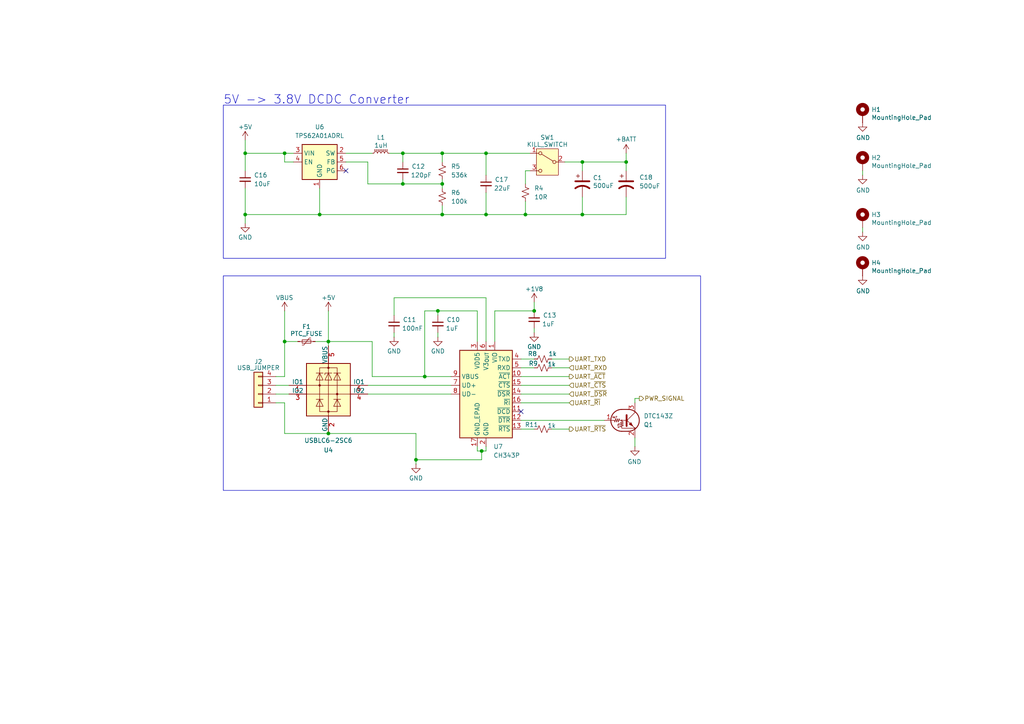
<source format=kicad_sch>
(kicad_sch
	(version 20250114)
	(generator "eeschema")
	(generator_version "9.0")
	(uuid "8e5caa4a-75af-400b-8aad-31ffe5dcffaa")
	(paper "A4")
	(title_block
		(title "ACAP_Cellular")
		(date "2026-02-07")
		(rev "v0.0.1")
		(comment 1 "Design By: Daniel Manla")
	)
	(lib_symbols
		(symbol "Connector_Generic:Conn_01x04"
			(pin_names
				(offset 1.016)
				(hide yes)
			)
			(exclude_from_sim no)
			(in_bom yes)
			(on_board yes)
			(property "Reference" "J"
				(at 0 5.08 0)
				(effects
					(font
						(size 1.27 1.27)
					)
				)
			)
			(property "Value" "Conn_01x04"
				(at 0 -7.62 0)
				(effects
					(font
						(size 1.27 1.27)
					)
				)
			)
			(property "Footprint" ""
				(at 0 0 0)
				(effects
					(font
						(size 1.27 1.27)
					)
					(hide yes)
				)
			)
			(property "Datasheet" "~"
				(at 0 0 0)
				(effects
					(font
						(size 1.27 1.27)
					)
					(hide yes)
				)
			)
			(property "Description" "Generic connector, single row, 01x04, script generated (kicad-library-utils/schlib/autogen/connector/)"
				(at 0 0 0)
				(effects
					(font
						(size 1.27 1.27)
					)
					(hide yes)
				)
			)
			(property "ki_keywords" "connector"
				(at 0 0 0)
				(effects
					(font
						(size 1.27 1.27)
					)
					(hide yes)
				)
			)
			(property "ki_fp_filters" "Connector*:*_1x??_*"
				(at 0 0 0)
				(effects
					(font
						(size 1.27 1.27)
					)
					(hide yes)
				)
			)
			(symbol "Conn_01x04_1_1"
				(rectangle
					(start -1.27 3.81)
					(end 1.27 -6.35)
					(stroke
						(width 0.254)
						(type default)
					)
					(fill
						(type background)
					)
				)
				(rectangle
					(start -1.27 2.667)
					(end 0 2.413)
					(stroke
						(width 0.1524)
						(type default)
					)
					(fill
						(type none)
					)
				)
				(rectangle
					(start -1.27 0.127)
					(end 0 -0.127)
					(stroke
						(width 0.1524)
						(type default)
					)
					(fill
						(type none)
					)
				)
				(rectangle
					(start -1.27 -2.413)
					(end 0 -2.667)
					(stroke
						(width 0.1524)
						(type default)
					)
					(fill
						(type none)
					)
				)
				(rectangle
					(start -1.27 -4.953)
					(end 0 -5.207)
					(stroke
						(width 0.1524)
						(type default)
					)
					(fill
						(type none)
					)
				)
				(pin passive line
					(at -5.08 2.54 0)
					(length 3.81)
					(name "Pin_1"
						(effects
							(font
								(size 1.27 1.27)
							)
						)
					)
					(number "1"
						(effects
							(font
								(size 1.27 1.27)
							)
						)
					)
				)
				(pin passive line
					(at -5.08 0 0)
					(length 3.81)
					(name "Pin_2"
						(effects
							(font
								(size 1.27 1.27)
							)
						)
					)
					(number "2"
						(effects
							(font
								(size 1.27 1.27)
							)
						)
					)
				)
				(pin passive line
					(at -5.08 -2.54 0)
					(length 3.81)
					(name "Pin_3"
						(effects
							(font
								(size 1.27 1.27)
							)
						)
					)
					(number "3"
						(effects
							(font
								(size 1.27 1.27)
							)
						)
					)
				)
				(pin passive line
					(at -5.08 -5.08 0)
					(length 3.81)
					(name "Pin_4"
						(effects
							(font
								(size 1.27 1.27)
							)
						)
					)
					(number "4"
						(effects
							(font
								(size 1.27 1.27)
							)
						)
					)
				)
			)
			(embedded_fonts no)
		)
		(symbol "Device:C_Polarized_US"
			(pin_numbers
				(hide yes)
			)
			(pin_names
				(offset 0.254)
				(hide yes)
			)
			(exclude_from_sim no)
			(in_bom yes)
			(on_board yes)
			(property "Reference" "C"
				(at 0.635 2.54 0)
				(effects
					(font
						(size 1.27 1.27)
					)
					(justify left)
				)
			)
			(property "Value" "C_Polarized_US"
				(at 0.635 -2.54 0)
				(effects
					(font
						(size 1.27 1.27)
					)
					(justify left)
				)
			)
			(property "Footprint" ""
				(at 0 0 0)
				(effects
					(font
						(size 1.27 1.27)
					)
					(hide yes)
				)
			)
			(property "Datasheet" "~"
				(at 0 0 0)
				(effects
					(font
						(size 1.27 1.27)
					)
					(hide yes)
				)
			)
			(property "Description" "Polarized capacitor, US symbol"
				(at 0 0 0)
				(effects
					(font
						(size 1.27 1.27)
					)
					(hide yes)
				)
			)
			(property "ki_keywords" "cap capacitor"
				(at 0 0 0)
				(effects
					(font
						(size 1.27 1.27)
					)
					(hide yes)
				)
			)
			(property "ki_fp_filters" "CP_*"
				(at 0 0 0)
				(effects
					(font
						(size 1.27 1.27)
					)
					(hide yes)
				)
			)
			(symbol "C_Polarized_US_0_1"
				(polyline
					(pts
						(xy -2.032 0.762) (xy 2.032 0.762)
					)
					(stroke
						(width 0.508)
						(type default)
					)
					(fill
						(type none)
					)
				)
				(polyline
					(pts
						(xy -1.778 2.286) (xy -0.762 2.286)
					)
					(stroke
						(width 0)
						(type default)
					)
					(fill
						(type none)
					)
				)
				(polyline
					(pts
						(xy -1.27 1.778) (xy -1.27 2.794)
					)
					(stroke
						(width 0)
						(type default)
					)
					(fill
						(type none)
					)
				)
				(arc
					(start -2.032 -1.27)
					(mid 0 -0.5572)
					(end 2.032 -1.27)
					(stroke
						(width 0.508)
						(type default)
					)
					(fill
						(type none)
					)
				)
			)
			(symbol "C_Polarized_US_1_1"
				(pin passive line
					(at 0 3.81 270)
					(length 2.794)
					(name "~"
						(effects
							(font
								(size 1.27 1.27)
							)
						)
					)
					(number "1"
						(effects
							(font
								(size 1.27 1.27)
							)
						)
					)
				)
				(pin passive line
					(at 0 -3.81 90)
					(length 3.302)
					(name "~"
						(effects
							(font
								(size 1.27 1.27)
							)
						)
					)
					(number "2"
						(effects
							(font
								(size 1.27 1.27)
							)
						)
					)
				)
			)
			(embedded_fonts no)
		)
		(symbol "Device:C_Small"
			(pin_numbers
				(hide yes)
			)
			(pin_names
				(offset 0.254)
				(hide yes)
			)
			(exclude_from_sim no)
			(in_bom yes)
			(on_board yes)
			(property "Reference" "C"
				(at 0.254 1.778 0)
				(effects
					(font
						(size 1.27 1.27)
					)
					(justify left)
				)
			)
			(property "Value" "C_Small"
				(at 0.254 -2.032 0)
				(effects
					(font
						(size 1.27 1.27)
					)
					(justify left)
				)
			)
			(property "Footprint" ""
				(at 0 0 0)
				(effects
					(font
						(size 1.27 1.27)
					)
					(hide yes)
				)
			)
			(property "Datasheet" "~"
				(at 0 0 0)
				(effects
					(font
						(size 1.27 1.27)
					)
					(hide yes)
				)
			)
			(property "Description" "Unpolarized capacitor, small symbol"
				(at 0 0 0)
				(effects
					(font
						(size 1.27 1.27)
					)
					(hide yes)
				)
			)
			(property "ki_keywords" "capacitor cap"
				(at 0 0 0)
				(effects
					(font
						(size 1.27 1.27)
					)
					(hide yes)
				)
			)
			(property "ki_fp_filters" "C_*"
				(at 0 0 0)
				(effects
					(font
						(size 1.27 1.27)
					)
					(hide yes)
				)
			)
			(symbol "C_Small_0_1"
				(polyline
					(pts
						(xy -1.524 0.508) (xy 1.524 0.508)
					)
					(stroke
						(width 0.3048)
						(type default)
					)
					(fill
						(type none)
					)
				)
				(polyline
					(pts
						(xy -1.524 -0.508) (xy 1.524 -0.508)
					)
					(stroke
						(width 0.3302)
						(type default)
					)
					(fill
						(type none)
					)
				)
			)
			(symbol "C_Small_1_1"
				(pin passive line
					(at 0 2.54 270)
					(length 2.032)
					(name "~"
						(effects
							(font
								(size 1.27 1.27)
							)
						)
					)
					(number "1"
						(effects
							(font
								(size 1.27 1.27)
							)
						)
					)
				)
				(pin passive line
					(at 0 -2.54 90)
					(length 2.032)
					(name "~"
						(effects
							(font
								(size 1.27 1.27)
							)
						)
					)
					(number "2"
						(effects
							(font
								(size 1.27 1.27)
							)
						)
					)
				)
			)
			(embedded_fonts no)
		)
		(symbol "Device:L_Ferrite_Small"
			(pin_numbers
				(hide yes)
			)
			(pin_names
				(offset 0.254)
				(hide yes)
			)
			(exclude_from_sim no)
			(in_bom yes)
			(on_board yes)
			(property "Reference" "L"
				(at 1.27 1.016 0)
				(effects
					(font
						(size 1.27 1.27)
					)
					(justify left)
				)
			)
			(property "Value" "L_Ferrite_Small"
				(at 1.27 -1.27 0)
				(effects
					(font
						(size 1.27 1.27)
					)
					(justify left)
				)
			)
			(property "Footprint" ""
				(at 0 0 0)
				(effects
					(font
						(size 1.27 1.27)
					)
					(hide yes)
				)
			)
			(property "Datasheet" "~"
				(at 0 0 0)
				(effects
					(font
						(size 1.27 1.27)
					)
					(hide yes)
				)
			)
			(property "Description" "Inductor with ferrite core, small symbol"
				(at 0 0 0)
				(effects
					(font
						(size 1.27 1.27)
					)
					(hide yes)
				)
			)
			(property "ki_keywords" "inductor choke coil reactor magnetic"
				(at 0 0 0)
				(effects
					(font
						(size 1.27 1.27)
					)
					(hide yes)
				)
			)
			(property "ki_fp_filters" "Choke_* *Coil* Inductor_* L_*"
				(at 0 0 0)
				(effects
					(font
						(size 1.27 1.27)
					)
					(hide yes)
				)
			)
			(symbol "L_Ferrite_Small_0_1"
				(arc
					(start 0 2.032)
					(mid 0.5058 1.524)
					(end 0 1.016)
					(stroke
						(width 0)
						(type default)
					)
					(fill
						(type none)
					)
				)
				(arc
					(start 0 1.016)
					(mid 0.5058 0.508)
					(end 0 0)
					(stroke
						(width 0)
						(type default)
					)
					(fill
						(type none)
					)
				)
				(arc
					(start 0 0)
					(mid 0.5058 -0.508)
					(end 0 -1.016)
					(stroke
						(width 0)
						(type default)
					)
					(fill
						(type none)
					)
				)
				(arc
					(start 0 -1.016)
					(mid 0.5058 -1.524)
					(end 0 -2.032)
					(stroke
						(width 0)
						(type default)
					)
					(fill
						(type none)
					)
				)
				(polyline
					(pts
						(xy 0.762 1.651) (xy 0.762 1.905)
					)
					(stroke
						(width 0)
						(type default)
					)
					(fill
						(type none)
					)
				)
				(polyline
					(pts
						(xy 0.762 1.143) (xy 0.762 1.397)
					)
					(stroke
						(width 0)
						(type default)
					)
					(fill
						(type none)
					)
				)
				(polyline
					(pts
						(xy 0.762 0.635) (xy 0.762 0.889)
					)
					(stroke
						(width 0)
						(type default)
					)
					(fill
						(type none)
					)
				)
				(polyline
					(pts
						(xy 0.762 0.127) (xy 0.762 0.381)
					)
					(stroke
						(width 0)
						(type default)
					)
					(fill
						(type none)
					)
				)
				(polyline
					(pts
						(xy 0.762 -0.381) (xy 0.762 -0.127)
					)
					(stroke
						(width 0)
						(type default)
					)
					(fill
						(type none)
					)
				)
				(polyline
					(pts
						(xy 0.762 -0.889) (xy 0.762 -0.635)
					)
					(stroke
						(width 0)
						(type default)
					)
					(fill
						(type none)
					)
				)
				(polyline
					(pts
						(xy 0.762 -1.397) (xy 0.762 -1.143)
					)
					(stroke
						(width 0)
						(type default)
					)
					(fill
						(type none)
					)
				)
				(polyline
					(pts
						(xy 0.762 -1.905) (xy 0.762 -1.651)
					)
					(stroke
						(width 0)
						(type default)
					)
					(fill
						(type none)
					)
				)
				(polyline
					(pts
						(xy 1.016 1.905) (xy 1.016 1.651)
					)
					(stroke
						(width 0)
						(type default)
					)
					(fill
						(type none)
					)
				)
				(polyline
					(pts
						(xy 1.016 1.397) (xy 1.016 1.143)
					)
					(stroke
						(width 0)
						(type default)
					)
					(fill
						(type none)
					)
				)
				(polyline
					(pts
						(xy 1.016 0.889) (xy 1.016 0.635)
					)
					(stroke
						(width 0)
						(type default)
					)
					(fill
						(type none)
					)
				)
				(polyline
					(pts
						(xy 1.016 0.381) (xy 1.016 0.127)
					)
					(stroke
						(width 0)
						(type default)
					)
					(fill
						(type none)
					)
				)
				(polyline
					(pts
						(xy 1.016 -0.127) (xy 1.016 -0.381)
					)
					(stroke
						(width 0)
						(type default)
					)
					(fill
						(type none)
					)
				)
				(polyline
					(pts
						(xy 1.016 -0.635) (xy 1.016 -0.889)
					)
					(stroke
						(width 0)
						(type default)
					)
					(fill
						(type none)
					)
				)
				(polyline
					(pts
						(xy 1.016 -1.143) (xy 1.016 -1.397)
					)
					(stroke
						(width 0)
						(type default)
					)
					(fill
						(type none)
					)
				)
				(polyline
					(pts
						(xy 1.016 -1.651) (xy 1.016 -1.905)
					)
					(stroke
						(width 0)
						(type default)
					)
					(fill
						(type none)
					)
				)
			)
			(symbol "L_Ferrite_Small_1_1"
				(pin passive line
					(at 0 2.54 270)
					(length 0.508)
					(name "~"
						(effects
							(font
								(size 1.27 1.27)
							)
						)
					)
					(number "1"
						(effects
							(font
								(size 1.27 1.27)
							)
						)
					)
				)
				(pin passive line
					(at 0 -2.54 90)
					(length 0.508)
					(name "~"
						(effects
							(font
								(size 1.27 1.27)
							)
						)
					)
					(number "2"
						(effects
							(font
								(size 1.27 1.27)
							)
						)
					)
				)
			)
			(embedded_fonts no)
		)
		(symbol "Device:Polyfuse_Small"
			(pin_numbers
				(hide yes)
			)
			(pin_names
				(offset 0)
			)
			(exclude_from_sim no)
			(in_bom yes)
			(on_board yes)
			(property "Reference" "F"
				(at -1.905 0 90)
				(effects
					(font
						(size 1.27 1.27)
					)
				)
			)
			(property "Value" "Polyfuse_Small"
				(at 1.905 0 90)
				(effects
					(font
						(size 1.27 1.27)
					)
				)
			)
			(property "Footprint" ""
				(at 1.27 -5.08 0)
				(effects
					(font
						(size 1.27 1.27)
					)
					(justify left)
					(hide yes)
				)
			)
			(property "Datasheet" "~"
				(at 0 0 0)
				(effects
					(font
						(size 1.27 1.27)
					)
					(hide yes)
				)
			)
			(property "Description" "Resettable fuse, polymeric positive temperature coefficient, small symbol"
				(at 0 0 0)
				(effects
					(font
						(size 1.27 1.27)
					)
					(hide yes)
				)
			)
			(property "ki_keywords" "resettable fuse PTC PPTC polyfuse polyswitch"
				(at 0 0 0)
				(effects
					(font
						(size 1.27 1.27)
					)
					(hide yes)
				)
			)
			(property "ki_fp_filters" "*polyfuse* *PTC*"
				(at 0 0 0)
				(effects
					(font
						(size 1.27 1.27)
					)
					(hide yes)
				)
			)
			(symbol "Polyfuse_Small_0_1"
				(polyline
					(pts
						(xy -1.016 1.27) (xy -1.016 0.762) (xy 1.016 -0.762) (xy 1.016 -1.27)
					)
					(stroke
						(width 0)
						(type default)
					)
					(fill
						(type none)
					)
				)
				(rectangle
					(start -0.508 1.27)
					(end 0.508 -1.27)
					(stroke
						(width 0)
						(type default)
					)
					(fill
						(type none)
					)
				)
				(polyline
					(pts
						(xy 0 2.54) (xy 0 -2.54)
					)
					(stroke
						(width 0)
						(type default)
					)
					(fill
						(type none)
					)
				)
			)
			(symbol "Polyfuse_Small_1_1"
				(pin passive line
					(at 0 2.54 270)
					(length 0.635)
					(name "~"
						(effects
							(font
								(size 1.27 1.27)
							)
						)
					)
					(number "1"
						(effects
							(font
								(size 1.27 1.27)
							)
						)
					)
				)
				(pin passive line
					(at 0 -2.54 90)
					(length 0.635)
					(name "~"
						(effects
							(font
								(size 1.27 1.27)
							)
						)
					)
					(number "2"
						(effects
							(font
								(size 1.27 1.27)
							)
						)
					)
				)
			)
			(embedded_fonts no)
		)
		(symbol "Device:R_Small_US"
			(pin_numbers
				(hide yes)
			)
			(pin_names
				(offset 0.254)
				(hide yes)
			)
			(exclude_from_sim no)
			(in_bom yes)
			(on_board yes)
			(property "Reference" "R"
				(at 0.762 0.508 0)
				(effects
					(font
						(size 1.27 1.27)
					)
					(justify left)
				)
			)
			(property "Value" "R_Small_US"
				(at 0.762 -1.016 0)
				(effects
					(font
						(size 1.27 1.27)
					)
					(justify left)
				)
			)
			(property "Footprint" ""
				(at 0 0 0)
				(effects
					(font
						(size 1.27 1.27)
					)
					(hide yes)
				)
			)
			(property "Datasheet" "~"
				(at 0 0 0)
				(effects
					(font
						(size 1.27 1.27)
					)
					(hide yes)
				)
			)
			(property "Description" "Resistor, small US symbol"
				(at 0 0 0)
				(effects
					(font
						(size 1.27 1.27)
					)
					(hide yes)
				)
			)
			(property "ki_keywords" "r resistor"
				(at 0 0 0)
				(effects
					(font
						(size 1.27 1.27)
					)
					(hide yes)
				)
			)
			(property "ki_fp_filters" "R_*"
				(at 0 0 0)
				(effects
					(font
						(size 1.27 1.27)
					)
					(hide yes)
				)
			)
			(symbol "R_Small_US_1_1"
				(polyline
					(pts
						(xy 0 1.524) (xy 1.016 1.143) (xy 0 0.762) (xy -1.016 0.381) (xy 0 0)
					)
					(stroke
						(width 0)
						(type default)
					)
					(fill
						(type none)
					)
				)
				(polyline
					(pts
						(xy 0 0) (xy 1.016 -0.381) (xy 0 -0.762) (xy -1.016 -1.143) (xy 0 -1.524)
					)
					(stroke
						(width 0)
						(type default)
					)
					(fill
						(type none)
					)
				)
				(pin passive line
					(at 0 2.54 270)
					(length 1.016)
					(name "~"
						(effects
							(font
								(size 1.27 1.27)
							)
						)
					)
					(number "1"
						(effects
							(font
								(size 1.27 1.27)
							)
						)
					)
				)
				(pin passive line
					(at 0 -2.54 90)
					(length 1.016)
					(name "~"
						(effects
							(font
								(size 1.27 1.27)
							)
						)
					)
					(number "2"
						(effects
							(font
								(size 1.27 1.27)
							)
						)
					)
				)
			)
			(embedded_fonts no)
		)
		(symbol "Interface_USB:CH343P"
			(exclude_from_sim no)
			(in_bom yes)
			(on_board yes)
			(property "Reference" "U"
				(at -8.89 13.97 0)
				(effects
					(font
						(size 1.27 1.27)
					)
				)
			)
			(property "Value" "CH343P"
				(at 7.62 13.97 0)
				(effects
					(font
						(size 1.27 1.27)
					)
				)
			)
			(property "Footprint" "Package_DFN_QFN:WCH_QFN-16-1EP_3x3mm_P0.5mm_EP1.8x1.8mm"
				(at 5.08 -15.24 0)
				(effects
					(font
						(size 1.27 1.27)
					)
					(justify left)
					(hide yes)
				)
			)
			(property "Datasheet" "https://www.wch-ic.com/downloads/CH343DS1_PDF.html"
				(at 5.08 -17.78 0)
				(effects
					(font
						(size 1.27 1.27)
					)
					(justify left)
					(hide yes)
				)
			)
			(property "Description" "High-Speed USB serial converter, up to 6Mbps, 3.3V or 5V supply, UART, QFN-16"
				(at 36.83 -20.32 0)
				(effects
					(font
						(size 1.27 1.27)
					)
					(hide yes)
				)
			)
			(property "ki_keywords" "UART Interface crystalless Winchip WCH"
				(at 0 0 0)
				(effects
					(font
						(size 1.27 1.27)
					)
					(hide yes)
				)
			)
			(property "ki_fp_filters" "*QFN*3x3mm*P0.5mm*EP1.8x1.8mm*"
				(at 0 0 0)
				(effects
					(font
						(size 1.27 1.27)
					)
					(hide yes)
				)
			)
			(symbol "CH343P_0_1"
				(rectangle
					(start -7.62 12.7)
					(end 7.62 -12.7)
					(stroke
						(width 0.254)
						(type default)
					)
					(fill
						(type background)
					)
				)
			)
			(symbol "CH343P_1_0"
				(pin power_in line
					(at -2.54 -15.24 90)
					(length 2.54)
					(name "GND_EPAD"
						(effects
							(font
								(size 1.27 1.27)
							)
						)
					)
					(number "17"
						(effects
							(font
								(size 1.27 1.27)
							)
						)
					)
				)
				(pin power_in line
					(at 0 -15.24 90)
					(length 2.54)
					(name "GND"
						(effects
							(font
								(size 1.27 1.27)
							)
						)
					)
					(number "2"
						(effects
							(font
								(size 1.27 1.27)
							)
						)
					)
				)
			)
			(symbol "CH343P_1_1"
				(pin input line
					(at -10.16 5.08 0)
					(length 2.54)
					(name "VBUS"
						(effects
							(font
								(size 1.27 1.27)
							)
						)
					)
					(number "9"
						(effects
							(font
								(size 1.27 1.27)
							)
						)
					)
				)
				(pin bidirectional line
					(at -10.16 2.54 0)
					(length 2.54)
					(name "UD+"
						(effects
							(font
								(size 1.27 1.27)
							)
						)
					)
					(number "7"
						(effects
							(font
								(size 1.27 1.27)
							)
						)
					)
				)
				(pin bidirectional line
					(at -10.16 0 0)
					(length 2.54)
					(name "UD-"
						(effects
							(font
								(size 1.27 1.27)
							)
						)
					)
					(number "8"
						(effects
							(font
								(size 1.27 1.27)
							)
						)
					)
				)
				(pin power_in line
					(at -2.54 15.24 270)
					(length 2.54)
					(name "VDD5"
						(effects
							(font
								(size 1.27 1.27)
							)
						)
					)
					(number "3"
						(effects
							(font
								(size 1.27 1.27)
							)
						)
					)
				)
				(pin power_out line
					(at 0 15.24 270)
					(length 2.54)
					(name "V3_{OUT}"
						(effects
							(font
								(size 1.27 1.27)
							)
						)
					)
					(number "6"
						(effects
							(font
								(size 1.27 1.27)
							)
						)
					)
					(alternate "V3_{IN}" power_in line)
				)
				(pin power_in line
					(at 2.54 15.24 270)
					(length 2.54)
					(name "VIO"
						(effects
							(font
								(size 1.27 1.27)
							)
						)
					)
					(number "1"
						(effects
							(font
								(size 1.27 1.27)
							)
						)
					)
				)
				(pin output line
					(at 10.16 10.16 180)
					(length 2.54)
					(name "TXD"
						(effects
							(font
								(size 1.27 1.27)
							)
						)
					)
					(number "4"
						(effects
							(font
								(size 1.27 1.27)
							)
						)
					)
				)
				(pin input line
					(at 10.16 7.62 180)
					(length 2.54)
					(name "RXD"
						(effects
							(font
								(size 1.27 1.27)
							)
						)
					)
					(number "5"
						(effects
							(font
								(size 1.27 1.27)
							)
						)
					)
				)
				(pin output line
					(at 10.16 5.08 180)
					(length 2.54)
					(name "~{ACT}"
						(effects
							(font
								(size 1.27 1.27)
							)
						)
					)
					(number "10"
						(effects
							(font
								(size 1.27 1.27)
							)
						)
					)
				)
				(pin input line
					(at 10.16 2.54 180)
					(length 2.54)
					(name "~{CTS}"
						(effects
							(font
								(size 1.27 1.27)
							)
						)
					)
					(number "15"
						(effects
							(font
								(size 1.27 1.27)
							)
						)
					)
				)
				(pin input line
					(at 10.16 0 180)
					(length 2.54)
					(name "~{DSR}"
						(effects
							(font
								(size 1.27 1.27)
							)
						)
					)
					(number "14"
						(effects
							(font
								(size 1.27 1.27)
							)
						)
					)
				)
				(pin input line
					(at 10.16 -2.54 180)
					(length 2.54)
					(name "~{RI}"
						(effects
							(font
								(size 1.27 1.27)
							)
						)
					)
					(number "16"
						(effects
							(font
								(size 1.27 1.27)
							)
						)
					)
				)
				(pin input line
					(at 10.16 -5.08 180)
					(length 2.54)
					(name "~{DCD}"
						(effects
							(font
								(size 1.27 1.27)
							)
						)
					)
					(number "11"
						(effects
							(font
								(size 1.27 1.27)
							)
						)
					)
				)
				(pin output line
					(at 10.16 -7.62 180)
					(length 2.54)
					(name "~{DTR}"
						(effects
							(font
								(size 1.27 1.27)
							)
						)
					)
					(number "12"
						(effects
							(font
								(size 1.27 1.27)
							)
						)
					)
				)
				(pin output line
					(at 10.16 -10.16 180)
					(length 2.54)
					(name "~{RTS}"
						(effects
							(font
								(size 1.27 1.27)
							)
						)
					)
					(number "13"
						(effects
							(font
								(size 1.27 1.27)
							)
						)
					)
				)
			)
			(embedded_fonts no)
		)
		(symbol "Mechanical:MountingHole_Pad"
			(pin_numbers
				(hide yes)
			)
			(pin_names
				(offset 1.016)
				(hide yes)
			)
			(exclude_from_sim no)
			(in_bom no)
			(on_board yes)
			(property "Reference" "H"
				(at 0 6.35 0)
				(effects
					(font
						(size 1.27 1.27)
					)
				)
			)
			(property "Value" "MountingHole_Pad"
				(at 0 4.445 0)
				(effects
					(font
						(size 1.27 1.27)
					)
				)
			)
			(property "Footprint" ""
				(at 0 0 0)
				(effects
					(font
						(size 1.27 1.27)
					)
					(hide yes)
				)
			)
			(property "Datasheet" "~"
				(at 0 0 0)
				(effects
					(font
						(size 1.27 1.27)
					)
					(hide yes)
				)
			)
			(property "Description" "Mounting Hole with connection"
				(at 0 0 0)
				(effects
					(font
						(size 1.27 1.27)
					)
					(hide yes)
				)
			)
			(property "ki_keywords" "mounting hole"
				(at 0 0 0)
				(effects
					(font
						(size 1.27 1.27)
					)
					(hide yes)
				)
			)
			(property "ki_fp_filters" "MountingHole*Pad*"
				(at 0 0 0)
				(effects
					(font
						(size 1.27 1.27)
					)
					(hide yes)
				)
			)
			(symbol "MountingHole_Pad_0_1"
				(circle
					(center 0 1.27)
					(radius 1.27)
					(stroke
						(width 1.27)
						(type default)
					)
					(fill
						(type none)
					)
				)
			)
			(symbol "MountingHole_Pad_1_1"
				(pin input line
					(at 0 -2.54 90)
					(length 2.54)
					(name "1"
						(effects
							(font
								(size 1.27 1.27)
							)
						)
					)
					(number "1"
						(effects
							(font
								(size 1.27 1.27)
							)
						)
					)
				)
			)
			(embedded_fonts no)
		)
		(symbol "Regulator_Switching:TPS62A01ADRL"
			(exclude_from_sim no)
			(in_bom yes)
			(on_board yes)
			(property "Reference" "U"
				(at -5.08 6.35 0)
				(effects
					(font
						(size 1.27 1.27)
					)
					(justify left)
				)
			)
			(property "Value" "TPS62A01ADRL"
				(at 0 6.35 0)
				(effects
					(font
						(size 1.27 1.27)
					)
					(justify left)
				)
			)
			(property "Footprint" "Package_TO_SOT_SMD:SOT-563"
				(at 1.27 -6.35 0)
				(effects
					(font
						(size 1.27 1.27)
						(italic yes)
					)
					(justify left)
					(hide yes)
				)
			)
			(property "Datasheet" "https://www.ti.com/lit/gpn/tps62a01a"
				(at -6.35 11.43 0)
				(effects
					(font
						(size 1.27 1.27)
					)
					(hide yes)
				)
			)
			(property "Description" "High Efficiency Synchronous Buck Converter with forced PWM, Adjustable Output 0.6V-5.5V, 1A, Power Good, Enable, SOT-563"
				(at 0 0 0)
				(effects
					(font
						(size 1.27 1.27)
					)
					(hide yes)
				)
			)
			(property "ki_keywords" "Step-Down DC-DC Regulator"
				(at 0 0 0)
				(effects
					(font
						(size 1.27 1.27)
					)
					(hide yes)
				)
			)
			(property "ki_fp_filters" "SOT?563*"
				(at 0 0 0)
				(effects
					(font
						(size 1.27 1.27)
					)
					(hide yes)
				)
			)
			(symbol "TPS62A01ADRL_0_1"
				(rectangle
					(start -5.08 5.08)
					(end 5.08 -5.08)
					(stroke
						(width 0.254)
						(type default)
					)
					(fill
						(type background)
					)
				)
			)
			(symbol "TPS62A01ADRL_1_1"
				(pin power_in line
					(at -7.62 2.54 0)
					(length 2.54)
					(name "VIN"
						(effects
							(font
								(size 1.27 1.27)
							)
						)
					)
					(number "3"
						(effects
							(font
								(size 1.27 1.27)
							)
						)
					)
				)
				(pin input line
					(at -7.62 0 0)
					(length 2.54)
					(name "EN"
						(effects
							(font
								(size 1.27 1.27)
							)
						)
					)
					(number "4"
						(effects
							(font
								(size 1.27 1.27)
							)
						)
					)
				)
				(pin power_in line
					(at 0 -7.62 90)
					(length 2.54)
					(name "GND"
						(effects
							(font
								(size 1.27 1.27)
							)
						)
					)
					(number "1"
						(effects
							(font
								(size 1.27 1.27)
							)
						)
					)
				)
				(pin power_out line
					(at 7.62 2.54 180)
					(length 2.54)
					(name "SW"
						(effects
							(font
								(size 1.27 1.27)
							)
						)
					)
					(number "2"
						(effects
							(font
								(size 1.27 1.27)
							)
						)
					)
				)
				(pin input line
					(at 7.62 0 180)
					(length 2.54)
					(name "FB"
						(effects
							(font
								(size 1.27 1.27)
							)
						)
					)
					(number "5"
						(effects
							(font
								(size 1.27 1.27)
							)
						)
					)
				)
				(pin open_collector line
					(at 7.62 -2.54 180)
					(length 2.54)
					(name "PG"
						(effects
							(font
								(size 1.27 1.27)
							)
						)
					)
					(number "6"
						(effects
							(font
								(size 1.27 1.27)
							)
						)
					)
				)
			)
			(embedded_fonts no)
		)
		(symbol "Switch:SW_SPDT"
			(pin_names
				(offset 0)
				(hide yes)
			)
			(exclude_from_sim no)
			(in_bom yes)
			(on_board yes)
			(property "Reference" "SW"
				(at 0 5.08 0)
				(effects
					(font
						(size 1.27 1.27)
					)
				)
			)
			(property "Value" "SW_SPDT"
				(at 0 -5.08 0)
				(effects
					(font
						(size 1.27 1.27)
					)
				)
			)
			(property "Footprint" ""
				(at 0 0 0)
				(effects
					(font
						(size 1.27 1.27)
					)
					(hide yes)
				)
			)
			(property "Datasheet" "~"
				(at 0 -7.62 0)
				(effects
					(font
						(size 1.27 1.27)
					)
					(hide yes)
				)
			)
			(property "Description" "Switch, single pole double throw"
				(at 0 0 0)
				(effects
					(font
						(size 1.27 1.27)
					)
					(hide yes)
				)
			)
			(property "ki_keywords" "switch single-pole double-throw spdt ON-ON"
				(at 0 0 0)
				(effects
					(font
						(size 1.27 1.27)
					)
					(hide yes)
				)
			)
			(symbol "SW_SPDT_0_1"
				(circle
					(center -2.032 0)
					(radius 0.4572)
					(stroke
						(width 0)
						(type default)
					)
					(fill
						(type none)
					)
				)
				(polyline
					(pts
						(xy -1.651 0.254) (xy 1.651 2.286)
					)
					(stroke
						(width 0)
						(type default)
					)
					(fill
						(type none)
					)
				)
				(circle
					(center 2.032 2.54)
					(radius 0.4572)
					(stroke
						(width 0)
						(type default)
					)
					(fill
						(type none)
					)
				)
				(circle
					(center 2.032 -2.54)
					(radius 0.4572)
					(stroke
						(width 0)
						(type default)
					)
					(fill
						(type none)
					)
				)
			)
			(symbol "SW_SPDT_1_1"
				(rectangle
					(start -3.175 3.81)
					(end 3.175 -3.81)
					(stroke
						(width 0)
						(type default)
					)
					(fill
						(type background)
					)
				)
				(pin passive line
					(at -5.08 0 0)
					(length 2.54)
					(name "B"
						(effects
							(font
								(size 1.27 1.27)
							)
						)
					)
					(number "2"
						(effects
							(font
								(size 1.27 1.27)
							)
						)
					)
				)
				(pin passive line
					(at 5.08 2.54 180)
					(length 2.54)
					(name "A"
						(effects
							(font
								(size 1.27 1.27)
							)
						)
					)
					(number "1"
						(effects
							(font
								(size 1.27 1.27)
							)
						)
					)
				)
				(pin passive line
					(at 5.08 -2.54 180)
					(length 2.54)
					(name "C"
						(effects
							(font
								(size 1.27 1.27)
							)
						)
					)
					(number "3"
						(effects
							(font
								(size 1.27 1.27)
							)
						)
					)
				)
			)
			(embedded_fonts no)
		)
		(symbol "Transistor_BJT:DTC143Z"
			(pin_names
				(offset 0)
				(hide yes)
			)
			(exclude_from_sim no)
			(in_bom yes)
			(on_board yes)
			(property "Reference" "Q"
				(at 5.08 1.905 0)
				(effects
					(font
						(size 1.27 1.27)
					)
					(justify left)
				)
			)
			(property "Value" "DTC143Z"
				(at 5.08 0 0)
				(effects
					(font
						(size 1.27 1.27)
					)
					(justify left)
				)
			)
			(property "Footprint" ""
				(at 0 0 0)
				(effects
					(font
						(size 1.27 1.27)
					)
					(justify left)
					(hide yes)
				)
			)
			(property "Datasheet" ""
				(at 0 0 0)
				(effects
					(font
						(size 1.27 1.27)
					)
					(justify left)
					(hide yes)
				)
			)
			(property "Description" "Digital NPN Transistor, 4k7/47k, SOT-23"
				(at 0 0 0)
				(effects
					(font
						(size 1.27 1.27)
					)
					(hide yes)
				)
			)
			(property "ki_keywords" "ROHM Digital NPN Transistor"
				(at 0 0 0)
				(effects
					(font
						(size 1.27 1.27)
					)
					(hide yes)
				)
			)
			(property "ki_fp_filters" "SOT?23* SC?59*"
				(at 0 0 0)
				(effects
					(font
						(size 1.27 1.27)
					)
					(hide yes)
				)
			)
			(symbol "DTC143Z_0_0"
				(text "4k7"
					(at -3.302 0.889 0)
					(effects
						(font
							(size 0.508 0.508)
						)
					)
				)
				(text "47k"
					(at -2.159 -1.524 900)
					(effects
						(font
							(size 0.508 0.508)
						)
					)
				)
			)
			(symbol "DTC143Z_0_1"
				(polyline
					(pts
						(xy -3.429 0) (xy -3.81 0)
					)
					(stroke
						(width 0)
						(type default)
					)
					(fill
						(type none)
					)
				)
				(polyline
					(pts
						(xy -1.27 3.175) (xy 0.635 3.175)
					)
					(stroke
						(width 0.254)
						(type default)
					)
					(fill
						(type none)
					)
				)
				(circle
					(center -1.27 0)
					(radius 0.127)
					(stroke
						(width 0)
						(type default)
					)
					(fill
						(type none)
					)
				)
				(polyline
					(pts
						(xy -1.27 0) (xy -1.27 -0.381) (xy -0.762 -0.508) (xy -1.778 -0.762) (xy -0.762 -1.016) (xy -1.778 -1.27)
						(xy -0.762 -1.524) (xy -1.778 -1.778) (xy -1.27 -1.905) (xy -1.27 -2.286) (xy 2.54 -2.286)
					)
					(stroke
						(width 0)
						(type default)
					)
					(fill
						(type none)
					)
				)
				(polyline
					(pts
						(xy -1.27 -3.175) (xy 0.635 -3.175)
					)
					(stroke
						(width 0.254)
						(type default)
					)
					(fill
						(type none)
					)
				)
				(arc
					(start -1.27 -3.175)
					(mid -4.4312 0)
					(end -1.27 3.175)
					(stroke
						(width 0.254)
						(type default)
					)
					(fill
						(type none)
					)
				)
				(polyline
					(pts
						(xy 0 0) (xy -1.905 0) (xy -2.032 0.508) (xy -2.286 -0.508) (xy -2.54 0.508) (xy -2.794 -0.508)
						(xy -3.048 0.508) (xy -3.302 -0.508) (xy -3.429 0)
					)
					(stroke
						(width 0)
						(type default)
					)
					(fill
						(type none)
					)
				)
				(polyline
					(pts
						(xy 0 -0.254) (xy 2.54 2.286)
					)
					(stroke
						(width 0)
						(type default)
					)
					(fill
						(type none)
					)
				)
				(polyline
					(pts
						(xy 0.127 1.524) (xy 0.127 -1.651)
					)
					(stroke
						(width 0.508)
						(type default)
					)
					(fill
						(type outline)
					)
				)
				(arc
					(start 0.635 3.175)
					(mid 3.7962 0)
					(end 0.635 -3.175)
					(stroke
						(width 0.254)
						(type default)
					)
					(fill
						(type none)
					)
				)
				(polyline
					(pts
						(xy 0.889 -1.143) (xy 1.397 -0.635) (xy 1.905 -1.651) (xy 0.889 -1.143)
					)
					(stroke
						(width 0)
						(type default)
					)
					(fill
						(type outline)
					)
				)
				(polyline
					(pts
						(xy 2.54 2.286) (xy 2.54 2.54)
					)
					(stroke
						(width 0)
						(type default)
					)
					(fill
						(type none)
					)
				)
				(polyline
					(pts
						(xy 2.54 -2.286) (xy 0 0.254) (xy 0 0.254)
					)
					(stroke
						(width 0)
						(type default)
					)
					(fill
						(type none)
					)
				)
				(circle
					(center 2.54 -2.286)
					(radius 0.127)
					(stroke
						(width 0)
						(type default)
					)
					(fill
						(type none)
					)
				)
			)
			(symbol "DTC143Z_1_1"
				(pin input line
					(at -6.35 0 0)
					(length 2.54)
					(name "B"
						(effects
							(font
								(size 1.27 1.27)
							)
						)
					)
					(number "1"
						(effects
							(font
								(size 1.27 1.27)
							)
						)
					)
				)
				(pin passive line
					(at 2.54 5.08 270)
					(length 2.54)
					(name "C"
						(effects
							(font
								(size 1.27 1.27)
							)
						)
					)
					(number "3"
						(effects
							(font
								(size 1.27 1.27)
							)
						)
					)
				)
				(pin passive line
					(at 2.54 -5.08 90)
					(length 2.54)
					(name "E"
						(effects
							(font
								(size 1.27 1.27)
							)
						)
					)
					(number "2"
						(effects
							(font
								(size 1.27 1.27)
							)
						)
					)
				)
			)
			(embedded_fonts no)
		)
		(symbol "e-tinkers:USBLC6-2SC6"
			(pin_names
				(offset 0)
			)
			(exclude_from_sim no)
			(in_bom yes)
			(on_board yes)
			(property "Reference" "U"
				(at -5.08 8.89 0)
				(effects
					(font
						(size 1.27 1.27)
					)
				)
			)
			(property "Value" "e-tinkers_USBLC6-2SC6"
				(at 8.89 -8.89 0)
				(effects
					(font
						(size 1.27 1.27)
					)
				)
			)
			(property "Footprint" "Package_TO_SOT_SMD:SOT-23-6"
				(at 2.54 -10.16 0)
				(effects
					(font
						(size 1.27 1.27)
					)
					(hide yes)
				)
			)
			(property "Datasheet" ""
				(at 5.08 8.89 0)
				(effects
					(font
						(size 1.27 1.27)
					)
					(hide yes)
				)
			)
			(property "Description" ""
				(at 0 0 0)
				(effects
					(font
						(size 1.27 1.27)
					)
					(hide yes)
				)
			)
			(property "ki_fp_filters" "SOT?23*"
				(at 0 0 0)
				(effects
					(font
						(size 1.27 1.27)
					)
					(hide yes)
				)
			)
			(symbol "USBLC6-2SC6_0_1"
				(polyline
					(pts
						(xy -6.35 1.27) (xy 6.35 1.27)
					)
					(stroke
						(width 0)
						(type solid)
					)
					(fill
						(type none)
					)
				)
				(rectangle
					(start -6.35 -7.62)
					(end 6.35 7.62)
					(stroke
						(width 0.254)
						(type solid)
					)
					(fill
						(type background)
					)
				)
				(polyline
					(pts
						(xy -3.556 2.794) (xy -1.524 2.794) (xy -2.54 4.826) (xy -3.556 2.794)
					)
					(stroke
						(width 0)
						(type solid)
					)
					(fill
						(type none)
					)
				)
				(polyline
					(pts
						(xy -3.556 -4.826) (xy -1.524 -4.826) (xy -2.54 -2.794) (xy -3.556 -4.826)
					)
					(stroke
						(width 0)
						(type solid)
					)
					(fill
						(type none)
					)
				)
				(rectangle
					(start -2.54 6.35)
					(end 2.54 -6.35)
					(stroke
						(width 0)
						(type solid)
					)
					(fill
						(type none)
					)
				)
				(circle
					(center -2.54 1.27)
					(radius 0.254)
					(stroke
						(width 0)
						(type solid)
					)
					(fill
						(type outline)
					)
				)
				(polyline
					(pts
						(xy -1.524 4.826) (xy -3.556 4.826)
					)
					(stroke
						(width 0)
						(type solid)
					)
					(fill
						(type none)
					)
				)
				(polyline
					(pts
						(xy -1.524 -2.794) (xy -3.556 -2.794)
					)
					(stroke
						(width 0)
						(type solid)
					)
					(fill
						(type none)
					)
				)
				(polyline
					(pts
						(xy -1.016 2.794) (xy 1.016 2.794) (xy 0 4.826) (xy -1.016 2.794)
					)
					(stroke
						(width 0)
						(type solid)
					)
					(fill
						(type none)
					)
				)
				(circle
					(center 0 6.35)
					(radius 0.254)
					(stroke
						(width 0)
						(type solid)
					)
					(fill
						(type outline)
					)
				)
				(polyline
					(pts
						(xy 0 6.35) (xy 0 7.62)
					)
					(stroke
						(width 0)
						(type solid)
					)
					(fill
						(type none)
					)
				)
				(polyline
					(pts
						(xy 0 5.08) (xy 0 10.16)
					)
					(stroke
						(width 0)
						(type solid)
					)
					(fill
						(type none)
					)
				)
				(polyline
					(pts
						(xy 0 -6.35) (xy 0 5.08)
					)
					(stroke
						(width 0)
						(type solid)
					)
					(fill
						(type none)
					)
				)
				(circle
					(center 0 -6.35)
					(radius 0.254)
					(stroke
						(width 0)
						(type solid)
					)
					(fill
						(type outline)
					)
				)
				(polyline
					(pts
						(xy 0 -7.62) (xy 0 -6.35)
					)
					(stroke
						(width 0)
						(type solid)
					)
					(fill
						(type none)
					)
				)
				(polyline
					(pts
						(xy 1.016 4.826) (xy 0.762 4.826) (xy -1.016 4.826) (xy -1.016 4.318)
					)
					(stroke
						(width 0)
						(type solid)
					)
					(fill
						(type none)
					)
				)
				(polyline
					(pts
						(xy 1.524 4.826) (xy 3.556 4.826)
					)
					(stroke
						(width 0)
						(type solid)
					)
					(fill
						(type none)
					)
				)
				(polyline
					(pts
						(xy 1.524 -2.794) (xy 3.556 -2.794)
					)
					(stroke
						(width 0)
						(type solid)
					)
					(fill
						(type none)
					)
				)
				(circle
					(center 2.54 -1.27)
					(radius 0.254)
					(stroke
						(width 0)
						(type solid)
					)
					(fill
						(type outline)
					)
				)
				(polyline
					(pts
						(xy 3.556 2.794) (xy 1.524 2.794) (xy 2.54 4.826) (xy 3.556 2.794)
					)
					(stroke
						(width 0)
						(type solid)
					)
					(fill
						(type none)
					)
				)
				(polyline
					(pts
						(xy 3.556 -4.826) (xy 1.524 -4.826) (xy 2.54 -2.794) (xy 3.556 -4.826)
					)
					(stroke
						(width 0)
						(type solid)
					)
					(fill
						(type none)
					)
				)
				(polyline
					(pts
						(xy 6.35 -1.27) (xy -6.35 -1.27)
					)
					(stroke
						(width 0)
						(type solid)
					)
					(fill
						(type none)
					)
				)
			)
			(symbol "USBLC6-2SC6_1_1"
				(pin passive line
					(at -11.43 1.27 0)
					(length 5.08)
					(name "IO1"
						(effects
							(font
								(size 1.27 1.27)
							)
						)
					)
					(number "1"
						(effects
							(font
								(size 1.27 1.27)
							)
						)
					)
				)
				(pin passive line
					(at -11.43 -1.27 0)
					(length 5.08)
					(name "IO2"
						(effects
							(font
								(size 1.27 1.27)
							)
						)
					)
					(number "3"
						(effects
							(font
								(size 1.27 1.27)
							)
						)
					)
				)
				(pin passive line
					(at 0 12.7 270)
					(length 5.08)
					(name "VBUS"
						(effects
							(font
								(size 1.27 1.27)
							)
						)
					)
					(number "5"
						(effects
							(font
								(size 1.27 1.27)
							)
						)
					)
				)
				(pin passive line
					(at 0 -12.7 90)
					(length 5.08)
					(name "GND"
						(effects
							(font
								(size 1.27 1.27)
							)
						)
					)
					(number "2"
						(effects
							(font
								(size 1.27 1.27)
							)
						)
					)
				)
				(pin passive line
					(at 11.43 1.27 180)
					(length 5.08)
					(name "IO1"
						(effects
							(font
								(size 1.27 1.27)
							)
						)
					)
					(number "6"
						(effects
							(font
								(size 1.27 1.27)
							)
						)
					)
				)
				(pin passive line
					(at 11.43 -1.27 180)
					(length 5.08)
					(name "IO2"
						(effects
							(font
								(size 1.27 1.27)
							)
						)
					)
					(number "4"
						(effects
							(font
								(size 1.27 1.27)
							)
						)
					)
				)
			)
			(embedded_fonts no)
		)
		(symbol "power:+1V8"
			(power)
			(pin_numbers
				(hide yes)
			)
			(pin_names
				(offset 0)
				(hide yes)
			)
			(exclude_from_sim no)
			(in_bom yes)
			(on_board yes)
			(property "Reference" "#PWR"
				(at 0 -3.81 0)
				(effects
					(font
						(size 1.27 1.27)
					)
					(hide yes)
				)
			)
			(property "Value" "+1V8"
				(at 0 3.556 0)
				(effects
					(font
						(size 1.27 1.27)
					)
				)
			)
			(property "Footprint" ""
				(at 0 0 0)
				(effects
					(font
						(size 1.27 1.27)
					)
					(hide yes)
				)
			)
			(property "Datasheet" ""
				(at 0 0 0)
				(effects
					(font
						(size 1.27 1.27)
					)
					(hide yes)
				)
			)
			(property "Description" "Power symbol creates a global label with name \"+1V8\""
				(at 0 0 0)
				(effects
					(font
						(size 1.27 1.27)
					)
					(hide yes)
				)
			)
			(property "ki_keywords" "global power"
				(at 0 0 0)
				(effects
					(font
						(size 1.27 1.27)
					)
					(hide yes)
				)
			)
			(symbol "+1V8_0_1"
				(polyline
					(pts
						(xy -0.762 1.27) (xy 0 2.54)
					)
					(stroke
						(width 0)
						(type default)
					)
					(fill
						(type none)
					)
				)
				(polyline
					(pts
						(xy 0 2.54) (xy 0.762 1.27)
					)
					(stroke
						(width 0)
						(type default)
					)
					(fill
						(type none)
					)
				)
				(polyline
					(pts
						(xy 0 0) (xy 0 2.54)
					)
					(stroke
						(width 0)
						(type default)
					)
					(fill
						(type none)
					)
				)
			)
			(symbol "+1V8_1_1"
				(pin power_in line
					(at 0 0 90)
					(length 0)
					(name "~"
						(effects
							(font
								(size 1.27 1.27)
							)
						)
					)
					(number "1"
						(effects
							(font
								(size 1.27 1.27)
							)
						)
					)
				)
			)
			(embedded_fonts no)
		)
		(symbol "power:+5V"
			(power)
			(pin_numbers
				(hide yes)
			)
			(pin_names
				(offset 0)
				(hide yes)
			)
			(exclude_from_sim no)
			(in_bom yes)
			(on_board yes)
			(property "Reference" "#PWR"
				(at 0 -3.81 0)
				(effects
					(font
						(size 1.27 1.27)
					)
					(hide yes)
				)
			)
			(property "Value" "+5V"
				(at 0 3.556 0)
				(effects
					(font
						(size 1.27 1.27)
					)
				)
			)
			(property "Footprint" ""
				(at 0 0 0)
				(effects
					(font
						(size 1.27 1.27)
					)
					(hide yes)
				)
			)
			(property "Datasheet" ""
				(at 0 0 0)
				(effects
					(font
						(size 1.27 1.27)
					)
					(hide yes)
				)
			)
			(property "Description" "Power symbol creates a global label with name \"+5V\""
				(at 0 0 0)
				(effects
					(font
						(size 1.27 1.27)
					)
					(hide yes)
				)
			)
			(property "ki_keywords" "global power"
				(at 0 0 0)
				(effects
					(font
						(size 1.27 1.27)
					)
					(hide yes)
				)
			)
			(symbol "+5V_0_1"
				(polyline
					(pts
						(xy -0.762 1.27) (xy 0 2.54)
					)
					(stroke
						(width 0)
						(type default)
					)
					(fill
						(type none)
					)
				)
				(polyline
					(pts
						(xy 0 2.54) (xy 0.762 1.27)
					)
					(stroke
						(width 0)
						(type default)
					)
					(fill
						(type none)
					)
				)
				(polyline
					(pts
						(xy 0 0) (xy 0 2.54)
					)
					(stroke
						(width 0)
						(type default)
					)
					(fill
						(type none)
					)
				)
			)
			(symbol "+5V_1_1"
				(pin power_in line
					(at 0 0 90)
					(length 0)
					(name "~"
						(effects
							(font
								(size 1.27 1.27)
							)
						)
					)
					(number "1"
						(effects
							(font
								(size 1.27 1.27)
							)
						)
					)
				)
			)
			(embedded_fonts no)
		)
		(symbol "power:+BATT"
			(power)
			(pin_numbers
				(hide yes)
			)
			(pin_names
				(offset 0)
				(hide yes)
			)
			(exclude_from_sim no)
			(in_bom yes)
			(on_board yes)
			(property "Reference" "#PWR"
				(at 0 -3.81 0)
				(effects
					(font
						(size 1.27 1.27)
					)
					(hide yes)
				)
			)
			(property "Value" "+BATT"
				(at 0 3.556 0)
				(effects
					(font
						(size 1.27 1.27)
					)
				)
			)
			(property "Footprint" ""
				(at 0 0 0)
				(effects
					(font
						(size 1.27 1.27)
					)
					(hide yes)
				)
			)
			(property "Datasheet" ""
				(at 0 0 0)
				(effects
					(font
						(size 1.27 1.27)
					)
					(hide yes)
				)
			)
			(property "Description" "Power symbol creates a global label with name \"+BATT\""
				(at 0 0 0)
				(effects
					(font
						(size 1.27 1.27)
					)
					(hide yes)
				)
			)
			(property "ki_keywords" "global power battery"
				(at 0 0 0)
				(effects
					(font
						(size 1.27 1.27)
					)
					(hide yes)
				)
			)
			(symbol "+BATT_0_1"
				(polyline
					(pts
						(xy -0.762 1.27) (xy 0 2.54)
					)
					(stroke
						(width 0)
						(type default)
					)
					(fill
						(type none)
					)
				)
				(polyline
					(pts
						(xy 0 2.54) (xy 0.762 1.27)
					)
					(stroke
						(width 0)
						(type default)
					)
					(fill
						(type none)
					)
				)
				(polyline
					(pts
						(xy 0 0) (xy 0 2.54)
					)
					(stroke
						(width 0)
						(type default)
					)
					(fill
						(type none)
					)
				)
			)
			(symbol "+BATT_1_1"
				(pin power_in line
					(at 0 0 90)
					(length 0)
					(name "~"
						(effects
							(font
								(size 1.27 1.27)
							)
						)
					)
					(number "1"
						(effects
							(font
								(size 1.27 1.27)
							)
						)
					)
				)
			)
			(embedded_fonts no)
		)
		(symbol "power:GND"
			(power)
			(pin_numbers
				(hide yes)
			)
			(pin_names
				(offset 0)
				(hide yes)
			)
			(exclude_from_sim no)
			(in_bom yes)
			(on_board yes)
			(property "Reference" "#PWR"
				(at 0 -6.35 0)
				(effects
					(font
						(size 1.27 1.27)
					)
					(hide yes)
				)
			)
			(property "Value" "GND"
				(at 0 -3.81 0)
				(effects
					(font
						(size 1.27 1.27)
					)
				)
			)
			(property "Footprint" ""
				(at 0 0 0)
				(effects
					(font
						(size 1.27 1.27)
					)
					(hide yes)
				)
			)
			(property "Datasheet" ""
				(at 0 0 0)
				(effects
					(font
						(size 1.27 1.27)
					)
					(hide yes)
				)
			)
			(property "Description" "Power symbol creates a global label with name \"GND\" , ground"
				(at 0 0 0)
				(effects
					(font
						(size 1.27 1.27)
					)
					(hide yes)
				)
			)
			(property "ki_keywords" "global power"
				(at 0 0 0)
				(effects
					(font
						(size 1.27 1.27)
					)
					(hide yes)
				)
			)
			(symbol "GND_0_1"
				(polyline
					(pts
						(xy 0 0) (xy 0 -1.27) (xy 1.27 -1.27) (xy 0 -2.54) (xy -1.27 -1.27) (xy 0 -1.27)
					)
					(stroke
						(width 0)
						(type default)
					)
					(fill
						(type none)
					)
				)
			)
			(symbol "GND_1_1"
				(pin power_in line
					(at 0 0 270)
					(length 0)
					(name "~"
						(effects
							(font
								(size 1.27 1.27)
							)
						)
					)
					(number "1"
						(effects
							(font
								(size 1.27 1.27)
							)
						)
					)
				)
			)
			(embedded_fonts no)
		)
		(symbol "power:VBUS"
			(power)
			(pin_numbers
				(hide yes)
			)
			(pin_names
				(offset 0)
				(hide yes)
			)
			(exclude_from_sim no)
			(in_bom yes)
			(on_board yes)
			(property "Reference" "#PWR"
				(at 0 -3.81 0)
				(effects
					(font
						(size 1.27 1.27)
					)
					(hide yes)
				)
			)
			(property "Value" "VBUS"
				(at 0 3.556 0)
				(effects
					(font
						(size 1.27 1.27)
					)
				)
			)
			(property "Footprint" ""
				(at 0 0 0)
				(effects
					(font
						(size 1.27 1.27)
					)
					(hide yes)
				)
			)
			(property "Datasheet" ""
				(at 0 0 0)
				(effects
					(font
						(size 1.27 1.27)
					)
					(hide yes)
				)
			)
			(property "Description" "Power symbol creates a global label with name \"VBUS\""
				(at 0 0 0)
				(effects
					(font
						(size 1.27 1.27)
					)
					(hide yes)
				)
			)
			(property "ki_keywords" "global power"
				(at 0 0 0)
				(effects
					(font
						(size 1.27 1.27)
					)
					(hide yes)
				)
			)
			(symbol "VBUS_0_1"
				(polyline
					(pts
						(xy -0.762 1.27) (xy 0 2.54)
					)
					(stroke
						(width 0)
						(type default)
					)
					(fill
						(type none)
					)
				)
				(polyline
					(pts
						(xy 0 2.54) (xy 0.762 1.27)
					)
					(stroke
						(width 0)
						(type default)
					)
					(fill
						(type none)
					)
				)
				(polyline
					(pts
						(xy 0 0) (xy 0 2.54)
					)
					(stroke
						(width 0)
						(type default)
					)
					(fill
						(type none)
					)
				)
			)
			(symbol "VBUS_1_1"
				(pin power_in line
					(at 0 0 90)
					(length 0)
					(name "~"
						(effects
							(font
								(size 1.27 1.27)
							)
						)
					)
					(number "1"
						(effects
							(font
								(size 1.27 1.27)
							)
						)
					)
				)
			)
			(embedded_fonts no)
		)
	)
	(rectangle
		(start 64.77 30.48)
		(end 193.04 74.93)
		(stroke
			(width 0)
			(type default)
		)
		(fill
			(type none)
		)
		(uuid c6ad9b3a-fb20-4516-a769-d322b502e2ed)
	)
	(rectangle
		(start 64.77 80.01)
		(end 203.2 142.24)
		(stroke
			(width 0)
			(type default)
		)
		(fill
			(type none)
		)
		(uuid e0874edf-4d48-47d7-a56b-72bdaf609c62)
	)
	(text "5V -> 3.8V DCDC Converter"
		(exclude_from_sim no)
		(at 64.77 30.48 0)
		(effects
			(font
				(size 2.4892 2.4892)
			)
			(justify left bottom)
		)
		(uuid "8a5faeb7-8512-4c98-989d-40eb08fc8b58")
	)
	(junction
		(at 82.55 44.45)
		(diameter 0)
		(color 0 0 0 0)
		(uuid "05bb7776-442f-4063-bcf6-3aab559da968")
	)
	(junction
		(at 92.71 62.23)
		(diameter 0)
		(color 0 0 0 0)
		(uuid "164b1fb9-cec7-442d-83cc-ad1ccb2ed00e")
	)
	(junction
		(at 128.27 53.34)
		(diameter 0)
		(color 0 0 0 0)
		(uuid "2a5be5cf-403e-4225-a352-e810604d6b20")
	)
	(junction
		(at 128.27 44.45)
		(diameter 0)
		(color 0 0 0 0)
		(uuid "3fd99112-8a6b-4894-b425-9af942974e41")
	)
	(junction
		(at 95.25 99.06)
		(diameter 0)
		(color 0 0 0 0)
		(uuid "5a4e4c1c-e9ad-4121-95d8-1a48878aebf2")
	)
	(junction
		(at 95.25 125.73)
		(diameter 0)
		(color 0 0 0 0)
		(uuid "62bb4fd1-c420-43bd-885c-0fc3b85c26fd")
	)
	(junction
		(at 123.19 109.22)
		(diameter 0)
		(color 0 0 0 0)
		(uuid "64d336f8-1335-49b7-a840-d38f7a85ca61")
	)
	(junction
		(at 139.7 130.81)
		(diameter 0)
		(color 0 0 0 0)
		(uuid "6b0b0c02-f8d0-4bec-b4c2-bf62beec3c7a")
	)
	(junction
		(at 127 90.17)
		(diameter 0)
		(color 0 0 0 0)
		(uuid "75224fd9-6611-49bb-bc74-e2810823daa4")
	)
	(junction
		(at 120.65 133.35)
		(diameter 0)
		(color 0 0 0 0)
		(uuid "7c24db26-d2af-49a2-9c2d-1195d18e5359")
	)
	(junction
		(at 116.84 53.34)
		(diameter 0)
		(color 0 0 0 0)
		(uuid "81a28822-b780-45f2-8f36-e670d254af95")
	)
	(junction
		(at 168.91 62.23)
		(diameter 0)
		(color 0 0 0 0)
		(uuid "89e0212a-ab7e-4764-932b-4adaaa677a3e")
	)
	(junction
		(at 152.4 62.23)
		(diameter 0)
		(color 0 0 0 0)
		(uuid "8a755c0e-a9d3-4921-b190-9ff9b5ccee12")
	)
	(junction
		(at 71.12 62.23)
		(diameter 0)
		(color 0 0 0 0)
		(uuid "8d0bd8f4-601d-46a7-829d-c3da61c5b55a")
	)
	(junction
		(at 128.27 62.23)
		(diameter 0)
		(color 0 0 0 0)
		(uuid "8e7e4fbf-7c4e-4925-b387-7c082effedfe")
	)
	(junction
		(at 168.91 46.99)
		(diameter 0)
		(color 0 0 0 0)
		(uuid "8f7c51bd-14ee-4683-91e3-a0f6176a4274")
	)
	(junction
		(at 82.55 99.06)
		(diameter 0)
		(color 0 0 0 0)
		(uuid "a1727c58-009d-4ada-95b6-b6f8a50dd264")
	)
	(junction
		(at 154.94 90.17)
		(diameter 0)
		(color 0 0 0 0)
		(uuid "a9e10c30-887f-463e-9d05-198b2474cdf9")
	)
	(junction
		(at 181.61 46.99)
		(diameter 0)
		(color 0 0 0 0)
		(uuid "b8232942-d7b2-4a3c-adce-f521cace7a01")
	)
	(junction
		(at 140.97 44.45)
		(diameter 0)
		(color 0 0 0 0)
		(uuid "c1e08fce-3546-4bbf-ad8f-d1d707392c58")
	)
	(junction
		(at 71.12 44.45)
		(diameter 0)
		(color 0 0 0 0)
		(uuid "c83c9486-d70b-4077-a939-2351b96ba3f8")
	)
	(junction
		(at 140.97 62.23)
		(diameter 0)
		(color 0 0 0 0)
		(uuid "f97ba3f6-bc94-402d-9dae-fee3636a052a")
	)
	(junction
		(at 116.84 44.45)
		(diameter 0)
		(color 0 0 0 0)
		(uuid "fd9f47ca-718e-42d2-9040-b01017886204")
	)
	(no_connect
		(at 100.33 49.53)
		(uuid "8c1dcbc2-8ddc-4bc2-8b25-c467bdf74203")
	)
	(no_connect
		(at 151.13 119.38)
		(uuid "98fb860e-b941-4399-bea7-64023a4f5b74")
	)
	(wire
		(pts
			(xy 139.7 130.81) (xy 139.7 133.35)
		)
		(stroke
			(width 0)
			(type default)
		)
		(uuid "0977e3d0-c1c4-417e-94b1-bccdcc9cab44")
	)
	(wire
		(pts
			(xy 106.68 53.34) (xy 116.84 53.34)
		)
		(stroke
			(width 0)
			(type default)
		)
		(uuid "15defdd0-1f32-46ed-9806-441745cfbe5d")
	)
	(wire
		(pts
			(xy 152.4 62.23) (xy 168.91 62.23)
		)
		(stroke
			(width 0)
			(type default)
		)
		(uuid "173c391f-9ae9-4cb2-b6c0-0e20d646a844")
	)
	(wire
		(pts
			(xy 106.68 111.76) (xy 130.81 111.76)
		)
		(stroke
			(width 0)
			(type default)
		)
		(uuid "17e6d3b1-0c3a-4b0c-bf04-bbdc0ffaec3e")
	)
	(wire
		(pts
			(xy 151.13 104.14) (xy 154.94 104.14)
		)
		(stroke
			(width 0)
			(type default)
		)
		(uuid "1aaa0b42-599f-4fb7-8ef9-c04a44a680a0")
	)
	(wire
		(pts
			(xy 143.51 90.17) (xy 154.94 90.17)
		)
		(stroke
			(width 0)
			(type default)
		)
		(uuid "1c504100-ff62-40e4-af3e-13ad77f55258")
	)
	(wire
		(pts
			(xy 250.19 49.53) (xy 250.19 50.8)
		)
		(stroke
			(width 0)
			(type default)
		)
		(uuid "1ca17b67-5649-450a-aa97-1533d743fb67")
	)
	(wire
		(pts
			(xy 123.19 90.17) (xy 123.19 109.22)
		)
		(stroke
			(width 0)
			(type default)
		)
		(uuid "1e7a4251-dc9e-49cc-b283-405caa1a6de9")
	)
	(wire
		(pts
			(xy 168.91 57.15) (xy 168.91 62.23)
		)
		(stroke
			(width 0)
			(type default)
		)
		(uuid "1e99cdf0-1192-4e15-a34d-15576eebb9b3")
	)
	(wire
		(pts
			(xy 168.91 46.99) (xy 168.91 49.53)
		)
		(stroke
			(width 0)
			(type default)
		)
		(uuid "1fd63fd3-4260-420d-8d88-c4b7c3c98a44")
	)
	(wire
		(pts
			(xy 128.27 52.07) (xy 128.27 53.34)
		)
		(stroke
			(width 0)
			(type default)
		)
		(uuid "2643c91b-c08e-4d48-aa37-b681a3f12305")
	)
	(wire
		(pts
			(xy 120.65 133.35) (xy 139.7 133.35)
		)
		(stroke
			(width 0)
			(type default)
		)
		(uuid "29b86d63-1935-48dd-8ac5-d01944f647d8")
	)
	(wire
		(pts
			(xy 91.44 99.06) (xy 95.25 99.06)
		)
		(stroke
			(width 0)
			(type default)
		)
		(uuid "2de614b9-20a5-4d18-96b0-110888ae81bf")
	)
	(wire
		(pts
			(xy 151.13 121.92) (xy 175.26 121.92)
		)
		(stroke
			(width 0)
			(type default)
		)
		(uuid "35a455df-15f4-4d7d-939b-e4ec125863f8")
	)
	(wire
		(pts
			(xy 116.84 44.45) (xy 128.27 44.45)
		)
		(stroke
			(width 0)
			(type default)
		)
		(uuid "36e864eb-304c-4112-9609-6bb177505536")
	)
	(wire
		(pts
			(xy 106.68 46.99) (xy 106.68 53.34)
		)
		(stroke
			(width 0)
			(type default)
		)
		(uuid "3842bd4e-51f2-4602-bdf8-a13551ef20f7")
	)
	(wire
		(pts
			(xy 154.94 96.52) (xy 154.94 95.25)
		)
		(stroke
			(width 0)
			(type default)
		)
		(uuid "387120b1-398d-416a-81b9-4770bcadbc20")
	)
	(wire
		(pts
			(xy 127 90.17) (xy 127 91.44)
		)
		(stroke
			(width 0)
			(type default)
		)
		(uuid "3ae9013f-57e6-4282-84c8-609461cf0614")
	)
	(wire
		(pts
			(xy 123.19 109.22) (xy 107.95 109.22)
		)
		(stroke
			(width 0)
			(type default)
		)
		(uuid "3cca7c6c-8d75-4c33-beb8-7c1cb144f4a0")
	)
	(wire
		(pts
			(xy 85.09 44.45) (xy 82.55 44.45)
		)
		(stroke
			(width 0)
			(type default)
		)
		(uuid "3f8ba6d2-70da-418f-947d-2387d94f2d77")
	)
	(wire
		(pts
			(xy 181.61 46.99) (xy 168.91 46.99)
		)
		(stroke
			(width 0)
			(type default)
		)
		(uuid "4273067c-d817-4736-8e6d-bd9c47219546")
	)
	(wire
		(pts
			(xy 123.19 109.22) (xy 130.81 109.22)
		)
		(stroke
			(width 0)
			(type default)
		)
		(uuid "474d13d1-bab0-4de5-b19d-fef5fd1efc38")
	)
	(wire
		(pts
			(xy 160.02 106.68) (xy 165.1 106.68)
		)
		(stroke
			(width 0)
			(type default)
		)
		(uuid "48b2eb94-8691-4c0b-b5f6-f913f2fa175a")
	)
	(wire
		(pts
			(xy 80.01 109.22) (xy 82.55 109.22)
		)
		(stroke
			(width 0)
			(type default)
		)
		(uuid "48ba8247-f15f-4b4c-852b-0feda19e6c8c")
	)
	(wire
		(pts
			(xy 151.13 111.76) (xy 165.1 111.76)
		)
		(stroke
			(width 0)
			(type default)
		)
		(uuid "4de14554-e54a-44bd-9d7d-1b54ffd7f8c8")
	)
	(wire
		(pts
			(xy 138.43 90.17) (xy 127 90.17)
		)
		(stroke
			(width 0)
			(type default)
		)
		(uuid "521eb73a-63b3-4d57-bcea-85478a4d37a5")
	)
	(wire
		(pts
			(xy 128.27 59.69) (xy 128.27 62.23)
		)
		(stroke
			(width 0)
			(type default)
		)
		(uuid "53012b2c-1e55-4a2c-a4d5-10122387df3a")
	)
	(wire
		(pts
			(xy 140.97 44.45) (xy 153.67 44.45)
		)
		(stroke
			(width 0)
			(type default)
		)
		(uuid "569cb8a5-388a-4c8b-a818-20683917df1f")
	)
	(wire
		(pts
			(xy 181.61 62.23) (xy 181.61 57.15)
		)
		(stroke
			(width 0)
			(type default)
		)
		(uuid "57ddd462-8c55-4d2b-9c28-a8bc9806bd57")
	)
	(wire
		(pts
			(xy 138.43 99.06) (xy 138.43 90.17)
		)
		(stroke
			(width 0)
			(type default)
		)
		(uuid "58370eb6-92a2-4018-a5ba-52c54516d5eb")
	)
	(wire
		(pts
			(xy 250.19 66.04) (xy 250.19 67.31)
		)
		(stroke
			(width 0)
			(type default)
		)
		(uuid "59b17533-df1c-4a60-b035-976085f88f2d")
	)
	(wire
		(pts
			(xy 107.95 99.06) (xy 95.25 99.06)
		)
		(stroke
			(width 0)
			(type default)
		)
		(uuid "5a3bad02-6a8f-4050-b185-e552c40f1018")
	)
	(wire
		(pts
			(xy 184.15 116.84) (xy 184.15 115.57)
		)
		(stroke
			(width 0)
			(type default)
		)
		(uuid "5ab207e6-47a9-4432-8d91-1a7085874e13")
	)
	(wire
		(pts
			(xy 82.55 90.17) (xy 82.55 99.06)
		)
		(stroke
			(width 0)
			(type default)
		)
		(uuid "5d111194-dc03-4179-a727-4cf82e7e1e10")
	)
	(wire
		(pts
			(xy 82.55 109.22) (xy 82.55 99.06)
		)
		(stroke
			(width 0)
			(type default)
		)
		(uuid "5f9917b3-009c-4df6-9dde-911bdac33f24")
	)
	(wire
		(pts
			(xy 143.51 99.06) (xy 143.51 90.17)
		)
		(stroke
			(width 0)
			(type default)
		)
		(uuid "62b01322-9a3e-49ac-a879-f5fd16bc7b3c")
	)
	(wire
		(pts
			(xy 116.84 46.99) (xy 116.84 44.45)
		)
		(stroke
			(width 0)
			(type default)
		)
		(uuid "631495fa-0655-4bec-8fe7-fef9b98d0e4f")
	)
	(wire
		(pts
			(xy 95.25 90.17) (xy 95.25 99.06)
		)
		(stroke
			(width 0)
			(type default)
		)
		(uuid "65e477b0-f463-438f-b8b8-a931f833b831")
	)
	(wire
		(pts
			(xy 151.13 116.84) (xy 165.1 116.84)
		)
		(stroke
			(width 0)
			(type default)
		)
		(uuid "69ebda0a-cbe4-4b93-8b8c-afa089786f19")
	)
	(wire
		(pts
			(xy 151.13 124.46) (xy 154.94 124.46)
		)
		(stroke
			(width 0)
			(type default)
		)
		(uuid "6a3f16a7-3791-490c-9262-83c290b67dcc")
	)
	(wire
		(pts
			(xy 95.25 99.06) (xy 95.25 100.33)
		)
		(stroke
			(width 0)
			(type default)
		)
		(uuid "6d9ae688-c3c3-4d65-a450-e4acb7a64259")
	)
	(wire
		(pts
			(xy 120.65 125.73) (xy 120.65 133.35)
		)
		(stroke
			(width 0)
			(type default)
		)
		(uuid "6dc19112-aced-4aa6-8e46-18a5e55c0a3a")
	)
	(wire
		(pts
			(xy 82.55 125.73) (xy 95.25 125.73)
		)
		(stroke
			(width 0)
			(type default)
		)
		(uuid "6ec08c04-1f7f-4dd3-861a-c3b9c986de59")
	)
	(wire
		(pts
			(xy 152.4 49.53) (xy 152.4 53.34)
		)
		(stroke
			(width 0)
			(type default)
		)
		(uuid "6f3230f4-8a4a-4138-aaae-ed20c0fc95c8")
	)
	(wire
		(pts
			(xy 113.03 44.45) (xy 116.84 44.45)
		)
		(stroke
			(width 0)
			(type default)
		)
		(uuid "745c3945-a6b3-4677-afb0-388bf65f4640")
	)
	(wire
		(pts
			(xy 128.27 53.34) (xy 128.27 54.61)
		)
		(stroke
			(width 0)
			(type default)
		)
		(uuid "749f258d-a60d-40cc-86ea-1bc950a6826a")
	)
	(wire
		(pts
			(xy 107.95 109.22) (xy 107.95 99.06)
		)
		(stroke
			(width 0)
			(type default)
		)
		(uuid "75b3f39c-8f6a-4653-92e3-e09e8abcaf59")
	)
	(wire
		(pts
			(xy 139.7 130.81) (xy 138.43 130.81)
		)
		(stroke
			(width 0)
			(type default)
		)
		(uuid "7857e10b-626e-4211-91d2-5ab84ead7d98")
	)
	(wire
		(pts
			(xy 82.55 116.84) (xy 82.55 125.73)
		)
		(stroke
			(width 0)
			(type default)
		)
		(uuid "78ebd68d-52dd-407c-b719-af8d72c6dfd4")
	)
	(wire
		(pts
			(xy 71.12 54.61) (xy 71.12 62.23)
		)
		(stroke
			(width 0)
			(type default)
		)
		(uuid "7bdd0b93-c719-4efe-9de7-d922cea128e9")
	)
	(wire
		(pts
			(xy 85.09 46.99) (xy 82.55 46.99)
		)
		(stroke
			(width 0)
			(type default)
		)
		(uuid "7d829e93-9568-44f0-9b58-03a27ebc0842")
	)
	(wire
		(pts
			(xy 95.25 125.73) (xy 120.65 125.73)
		)
		(stroke
			(width 0)
			(type default)
		)
		(uuid "844bc803-36bf-4186-ae3f-d4f3752ac81a")
	)
	(wire
		(pts
			(xy 160.02 104.14) (xy 165.1 104.14)
		)
		(stroke
			(width 0)
			(type default)
		)
		(uuid "849075b5-ad78-41ee-8385-e0b2f1586052")
	)
	(wire
		(pts
			(xy 151.13 106.68) (xy 154.94 106.68)
		)
		(stroke
			(width 0)
			(type default)
		)
		(uuid "8544f4c7-d1ae-49e7-9bf0-740fc7d7dcbd")
	)
	(wire
		(pts
			(xy 127 96.52) (xy 127 97.79)
		)
		(stroke
			(width 0)
			(type default)
		)
		(uuid "857983a2-0eae-4dec-b375-98ac6f729f56")
	)
	(wire
		(pts
			(xy 151.13 109.22) (xy 165.1 109.22)
		)
		(stroke
			(width 0)
			(type default)
		)
		(uuid "8616b5ff-0db5-4d37-8bae-86292d6fcb45")
	)
	(wire
		(pts
			(xy 82.55 44.45) (xy 71.12 44.45)
		)
		(stroke
			(width 0)
			(type default)
		)
		(uuid "87397780-6a4e-472d-be63-2099e70a8f9b")
	)
	(wire
		(pts
			(xy 100.33 46.99) (xy 106.68 46.99)
		)
		(stroke
			(width 0)
			(type default)
		)
		(uuid "8dbcdf01-29f1-4036-9e07-198581287ed2")
	)
	(wire
		(pts
			(xy 163.83 46.99) (xy 168.91 46.99)
		)
		(stroke
			(width 0)
			(type default)
		)
		(uuid "96eaf727-e794-4f11-abbd-5d683fbc112e")
	)
	(wire
		(pts
			(xy 71.12 62.23) (xy 71.12 64.77)
		)
		(stroke
			(width 0)
			(type default)
		)
		(uuid "97ebd40f-c944-4e08-87e6-acd2ffdb48de")
	)
	(wire
		(pts
			(xy 138.43 130.81) (xy 138.43 129.54)
		)
		(stroke
			(width 0)
			(type default)
		)
		(uuid "9c40fe4c-b9fc-4aaf-aa9f-ec7f708fb18a")
	)
	(wire
		(pts
			(xy 82.55 99.06) (xy 86.36 99.06)
		)
		(stroke
			(width 0)
			(type default)
		)
		(uuid "9e4fe791-e28b-46fc-bd4d-3f8950b188ff")
	)
	(wire
		(pts
			(xy 128.27 62.23) (xy 140.97 62.23)
		)
		(stroke
			(width 0)
			(type default)
		)
		(uuid "a34b502a-ba67-4f91-bf6e-13faec32d303")
	)
	(wire
		(pts
			(xy 80.01 114.3) (xy 83.82 114.3)
		)
		(stroke
			(width 0)
			(type default)
		)
		(uuid "a60e6355-3f6e-4f10-a6ac-a6b600a04e5b")
	)
	(wire
		(pts
			(xy 140.97 44.45) (xy 140.97 50.8)
		)
		(stroke
			(width 0)
			(type default)
		)
		(uuid "a6df8820-cb23-4e74-8fe3-f88d045124d6")
	)
	(wire
		(pts
			(xy 140.97 86.36) (xy 114.3 86.36)
		)
		(stroke
			(width 0)
			(type default)
		)
		(uuid "a772d871-4c9c-4ac7-8ca0-1fe261080c31")
	)
	(wire
		(pts
			(xy 80.01 116.84) (xy 82.55 116.84)
		)
		(stroke
			(width 0)
			(type default)
		)
		(uuid "aba57728-a85a-454e-9d59-0500bf7befb7")
	)
	(wire
		(pts
			(xy 181.61 44.45) (xy 181.61 46.99)
		)
		(stroke
			(width 0)
			(type default)
		)
		(uuid "ac640b18-29bd-4ff4-8ada-14a304a03476")
	)
	(wire
		(pts
			(xy 184.15 115.57) (xy 185.42 115.57)
		)
		(stroke
			(width 0)
			(type default)
		)
		(uuid "ade5f178-55bf-4f28-a783-2cff01b8ebd9")
	)
	(wire
		(pts
			(xy 151.13 114.3) (xy 165.1 114.3)
		)
		(stroke
			(width 0)
			(type default)
		)
		(uuid "af5ce954-1f4e-4f08-9636-ac72bb1f1369")
	)
	(wire
		(pts
			(xy 80.01 111.76) (xy 83.82 111.76)
		)
		(stroke
			(width 0)
			(type default)
		)
		(uuid "b000f62b-8892-40a6-8103-3d2c12f3b2b2")
	)
	(wire
		(pts
			(xy 71.12 62.23) (xy 92.71 62.23)
		)
		(stroke
			(width 0)
			(type default)
		)
		(uuid "b01f008e-6416-416b-b7fe-7c340c4030fd")
	)
	(wire
		(pts
			(xy 184.15 127) (xy 184.15 129.54)
		)
		(stroke
			(width 0)
			(type default)
		)
		(uuid "b0b10563-0161-41b7-ac95-16a4f8533742")
	)
	(wire
		(pts
			(xy 106.68 114.3) (xy 130.81 114.3)
		)
		(stroke
			(width 0)
			(type default)
		)
		(uuid "b381e464-de78-40d3-81cd-959553fcd1ac")
	)
	(wire
		(pts
			(xy 114.3 96.52) (xy 114.3 97.79)
		)
		(stroke
			(width 0)
			(type default)
		)
		(uuid "b557558b-1461-428d-87e8-d29a910dc44a")
	)
	(wire
		(pts
			(xy 181.61 46.99) (xy 181.61 49.53)
		)
		(stroke
			(width 0)
			(type default)
		)
		(uuid "b5a76b92-59fa-4357-8b2f-7a0825d24225")
	)
	(wire
		(pts
			(xy 152.4 58.42) (xy 152.4 62.23)
		)
		(stroke
			(width 0)
			(type default)
		)
		(uuid "b5b29e5f-d726-4586-9b6e-5579b7c7f757")
	)
	(wire
		(pts
			(xy 168.91 62.23) (xy 181.61 62.23)
		)
		(stroke
			(width 0)
			(type default)
		)
		(uuid "c2368ea3-ad7a-4ea0-aa6c-38af20c5742f")
	)
	(wire
		(pts
			(xy 100.33 44.45) (xy 107.95 44.45)
		)
		(stroke
			(width 0)
			(type default)
		)
		(uuid "c3bf14e2-9baa-485f-af0d-a903ac0bb514")
	)
	(wire
		(pts
			(xy 139.7 130.81) (xy 140.97 130.81)
		)
		(stroke
			(width 0)
			(type default)
		)
		(uuid "c9e50dec-a918-4b5c-8ca5-2f65809f3928")
	)
	(wire
		(pts
			(xy 116.84 52.07) (xy 116.84 53.34)
		)
		(stroke
			(width 0)
			(type default)
		)
		(uuid "cbe4c0a3-d4d5-49f6-ac3b-510ab853dad7")
	)
	(wire
		(pts
			(xy 82.55 46.99) (xy 82.55 44.45)
		)
		(stroke
			(width 0)
			(type default)
		)
		(uuid "cc0f4754-3675-4944-b543-66c056fb6e6b")
	)
	(wire
		(pts
			(xy 140.97 99.06) (xy 140.97 86.36)
		)
		(stroke
			(width 0)
			(type default)
		)
		(uuid "cdea26d4-2a95-4e20-ab2e-289df91a605c")
	)
	(wire
		(pts
			(xy 116.84 53.34) (xy 128.27 53.34)
		)
		(stroke
			(width 0)
			(type default)
		)
		(uuid "ce3dc2c5-e28b-441e-bc1f-a26748bcba55")
	)
	(wire
		(pts
			(xy 92.71 62.23) (xy 128.27 62.23)
		)
		(stroke
			(width 0)
			(type default)
		)
		(uuid "d1242eb4-226e-404b-ad41-75abc32e9517")
	)
	(wire
		(pts
			(xy 140.97 62.23) (xy 152.4 62.23)
		)
		(stroke
			(width 0)
			(type default)
		)
		(uuid "d7776865-d2ae-4a68-990f-1233dc65caf2")
	)
	(wire
		(pts
			(xy 71.12 40.64) (xy 71.12 44.45)
		)
		(stroke
			(width 0)
			(type default)
		)
		(uuid "dc7f345d-ee68-40a9-ba20-075bb76c3486")
	)
	(wire
		(pts
			(xy 120.65 133.35) (xy 120.65 134.62)
		)
		(stroke
			(width 0)
			(type default)
		)
		(uuid "de1249b6-61a1-4f3f-9110-1e954975edb0")
	)
	(wire
		(pts
			(xy 127 90.17) (xy 123.19 90.17)
		)
		(stroke
			(width 0)
			(type default)
		)
		(uuid "de71ab42-3758-4a24-a589-344aee953965")
	)
	(wire
		(pts
			(xy 140.97 62.23) (xy 140.97 55.88)
		)
		(stroke
			(width 0)
			(type default)
		)
		(uuid "e53abe11-88bb-4aa5-8f34-227600ed240f")
	)
	(wire
		(pts
			(xy 128.27 44.45) (xy 128.27 46.99)
		)
		(stroke
			(width 0)
			(type default)
		)
		(uuid "e86a2655-5d99-415c-9922-ee5821fed9be")
	)
	(wire
		(pts
			(xy 92.71 62.23) (xy 92.71 54.61)
		)
		(stroke
			(width 0)
			(type default)
		)
		(uuid "ee45ca1a-4a6f-4c5c-a4a9-19f194afd97a")
	)
	(wire
		(pts
			(xy 128.27 44.45) (xy 140.97 44.45)
		)
		(stroke
			(width 0)
			(type default)
		)
		(uuid "efd60b86-9dfe-49b1-a6d7-5c56336db4aa")
	)
	(wire
		(pts
			(xy 160.02 124.46) (xy 165.1 124.46)
		)
		(stroke
			(width 0)
			(type default)
		)
		(uuid "f4bf4a89-38aa-4667-9b13-75029fb09917")
	)
	(wire
		(pts
			(xy 140.97 130.81) (xy 140.97 129.54)
		)
		(stroke
			(width 0)
			(type default)
		)
		(uuid "f59aa3b9-17da-4cd5-837a-090af25d44c5")
	)
	(wire
		(pts
			(xy 71.12 44.45) (xy 71.12 49.53)
		)
		(stroke
			(width 0)
			(type default)
		)
		(uuid "f7ec361b-0b46-4af6-9e2b-7732b063945c")
	)
	(wire
		(pts
			(xy 114.3 86.36) (xy 114.3 91.44)
		)
		(stroke
			(width 0)
			(type default)
		)
		(uuid "fbbdd3ee-d8d0-495e-8523-28aa8bb1a51b")
	)
	(wire
		(pts
			(xy 154.94 87.63) (xy 154.94 90.17)
		)
		(stroke
			(width 0)
			(type default)
		)
		(uuid "fec5e2c6-2d1c-416e-ad38-7898abf9e8b8")
	)
	(wire
		(pts
			(xy 153.67 49.53) (xy 152.4 49.53)
		)
		(stroke
			(width 0)
			(type default)
		)
		(uuid "ffcaab33-76b8-47eb-8ca4-081367b0c7f4")
	)
	(hierarchical_label "UART_TXD"
		(shape output)
		(at 165.1 104.14 0)
		(effects
			(font
				(size 1.27 1.27)
			)
			(justify left)
		)
		(uuid "11acaab5-da8d-4484-913e-08e43fafc46c")
	)
	(hierarchical_label "UART_RXD"
		(shape input)
		(at 165.1 106.68 0)
		(effects
			(font
				(size 1.27 1.27)
			)
			(justify left)
		)
		(uuid "148bd1a9-3e35-4585-832a-fb8e8b773f40")
	)
	(hierarchical_label "UART_~{ACT}"
		(shape output)
		(at 165.1 109.22 0)
		(effects
			(font
				(size 1.27 1.27)
			)
			(justify left)
		)
		(uuid "4cbc6470-5223-4371-b63c-5be4244d9737")
	)
	(hierarchical_label "UART_~{RI}"
		(shape input)
		(at 165.1 116.84 0)
		(effects
			(font
				(size 1.27 1.27)
			)
			(justify left)
		)
		(uuid "7db8fe39-1c10-4a90-8e6d-034d642e4dfb")
	)
	(hierarchical_label "UART_~{DSR}"
		(shape input)
		(at 165.1 114.3 0)
		(effects
			(font
				(size 1.27 1.27)
			)
			(justify left)
		)
		(uuid "82c7f8d8-5401-4a6c-8fa4-92bc4c509f1f")
	)
	(hierarchical_label "PWR_SIGNAL"
		(shape output)
		(at 185.42 115.57 0)
		(effects
			(font
				(size 1.27 1.27)
			)
			(justify left)
		)
		(uuid "d6690cb6-7654-4414-b5f9-032033702344")
	)
	(hierarchical_label "UART_~{RTS}"
		(shape output)
		(at 165.1 124.46 0)
		(effects
			(font
				(size 1.27 1.27)
			)
			(justify left)
		)
		(uuid "ddc965e5-1f13-4b86-b7a0-5fac490f811a")
	)
	(hierarchical_label "UART_~{CTS}"
		(shape input)
		(at 165.1 111.76 0)
		(effects
			(font
				(size 1.27 1.27)
			)
			(justify left)
		)
		(uuid "fd4a89e0-15db-445b-a5aa-aac117a91dad")
	)
	(symbol
		(lib_id "Mechanical:MountingHole_Pad")
		(at 250.19 46.99 0)
		(unit 1)
		(exclude_from_sim no)
		(in_bom yes)
		(on_board yes)
		(dnp no)
		(uuid "00000000-0000-0000-0000-000060d06d4c")
		(property "Reference" "H2"
			(at 252.73 45.7454 0)
			(effects
				(font
					(size 1.27 1.27)
				)
				(justify left)
			)
		)
		(property "Value" "MountingHole_Pad"
			(at 252.73 48.0568 0)
			(effects
				(font
					(size 1.27 1.27)
				)
				(justify left)
			)
		)
		(property "Footprint" "MountingHole:MountingHole_2.7mm_M2.5"
			(at 250.19 46.99 0)
			(effects
				(font
					(size 1.27 1.27)
				)
				(hide yes)
			)
		)
		(property "Datasheet" "~"
			(at 250.19 46.99 0)
			(effects
				(font
					(size 1.27 1.27)
				)
				(hide yes)
			)
		)
		(property "Description" ""
			(at 250.19 46.99 0)
			(effects
				(font
					(size 1.27 1.27)
				)
			)
		)
		(pin "1"
			(uuid "434272f9-4b78-47e0-b3ec-122ddaaf243b")
		)
		(instances
			(project "USB-Cellular-Modem"
				(path "/afd9df3f-ff30-4b76-9b91-5dbd0504fcb3/00000000-0000-0000-0000-000060dcdeb3"
					(reference "H2")
					(unit 1)
				)
			)
		)
	)
	(symbol
		(lib_id "Mechanical:MountingHole_Pad")
		(at 250.19 63.5 0)
		(unit 1)
		(exclude_from_sim no)
		(in_bom yes)
		(on_board yes)
		(dnp no)
		(uuid "00000000-0000-0000-0000-000060d07282")
		(property "Reference" "H3"
			(at 252.73 62.2554 0)
			(effects
				(font
					(size 1.27 1.27)
				)
				(justify left)
			)
		)
		(property "Value" "MountingHole_Pad"
			(at 252.73 64.5668 0)
			(effects
				(font
					(size 1.27 1.27)
				)
				(justify left)
			)
		)
		(property "Footprint" "MountingHole:MountingHole_2.7mm_M2.5"
			(at 250.19 63.5 0)
			(effects
				(font
					(size 1.27 1.27)
				)
				(hide yes)
			)
		)
		(property "Datasheet" "~"
			(at 250.19 63.5 0)
			(effects
				(font
					(size 1.27 1.27)
				)
				(hide yes)
			)
		)
		(property "Description" ""
			(at 250.19 63.5 0)
			(effects
				(font
					(size 1.27 1.27)
				)
			)
		)
		(pin "1"
			(uuid "89c3c8a4-72cd-432d-b3bf-e588ae061276")
		)
		(instances
			(project "USB-Cellular-Modem"
				(path "/afd9df3f-ff30-4b76-9b91-5dbd0504fcb3/00000000-0000-0000-0000-000060dcdeb3"
					(reference "H3")
					(unit 1)
				)
			)
		)
	)
	(symbol
		(lib_id "power:GND")
		(at 250.19 50.8 0)
		(unit 1)
		(exclude_from_sim no)
		(in_bom yes)
		(on_board yes)
		(dnp no)
		(uuid "00000000-0000-0000-0000-000060d07547")
		(property "Reference" "#PWR020"
			(at 250.19 57.15 0)
			(effects
				(font
					(size 1.27 1.27)
				)
				(hide yes)
			)
		)
		(property "Value" "GND"
			(at 250.317 55.1942 0)
			(effects
				(font
					(size 1.27 1.27)
				)
			)
		)
		(property "Footprint" ""
			(at 250.19 50.8 0)
			(effects
				(font
					(size 1.27 1.27)
				)
				(hide yes)
			)
		)
		(property "Datasheet" ""
			(at 250.19 50.8 0)
			(effects
				(font
					(size 1.27 1.27)
				)
				(hide yes)
			)
		)
		(property "Description" ""
			(at 250.19 50.8 0)
			(effects
				(font
					(size 1.27 1.27)
				)
			)
		)
		(pin "1"
			(uuid "62e5113b-0c2b-4b30-b46a-78326fbd2eae")
		)
		(instances
			(project "USB-Cellular-Modem"
				(path "/afd9df3f-ff30-4b76-9b91-5dbd0504fcb3/00000000-0000-0000-0000-000060dcdeb3"
					(reference "#PWR020")
					(unit 1)
				)
			)
		)
	)
	(symbol
		(lib_id "power:GND")
		(at 250.19 67.31 0)
		(unit 1)
		(exclude_from_sim no)
		(in_bom yes)
		(on_board yes)
		(dnp no)
		(uuid "00000000-0000-0000-0000-000060d079f3")
		(property "Reference" "#PWR032"
			(at 250.19 73.66 0)
			(effects
				(font
					(size 1.27 1.27)
				)
				(hide yes)
			)
		)
		(property "Value" "GND"
			(at 250.317 71.7042 0)
			(effects
				(font
					(size 1.27 1.27)
				)
			)
		)
		(property "Footprint" ""
			(at 250.19 67.31 0)
			(effects
				(font
					(size 1.27 1.27)
				)
				(hide yes)
			)
		)
		(property "Datasheet" ""
			(at 250.19 67.31 0)
			(effects
				(font
					(size 1.27 1.27)
				)
				(hide yes)
			)
		)
		(property "Description" ""
			(at 250.19 67.31 0)
			(effects
				(font
					(size 1.27 1.27)
				)
			)
		)
		(pin "1"
			(uuid "40daebe3-43c9-45ad-85d1-994175bc05a2")
		)
		(instances
			(project "USB-Cellular-Modem"
				(path "/afd9df3f-ff30-4b76-9b91-5dbd0504fcb3/00000000-0000-0000-0000-000060dcdeb3"
					(reference "#PWR032")
					(unit 1)
				)
			)
		)
	)
	(symbol
		(lib_id "Mechanical:MountingHole_Pad")
		(at 250.19 33.02 0)
		(unit 1)
		(exclude_from_sim no)
		(in_bom yes)
		(on_board yes)
		(dnp no)
		(uuid "00000000-0000-0000-0000-000060d9a080")
		(property "Reference" "H1"
			(at 252.73 31.7754 0)
			(effects
				(font
					(size 1.27 1.27)
				)
				(justify left)
			)
		)
		(property "Value" "MountingHole_Pad"
			(at 252.73 34.0868 0)
			(effects
				(font
					(size 1.27 1.27)
				)
				(justify left)
			)
		)
		(property "Footprint" "MountingHole:MountingHole_2.7mm_M2.5"
			(at 250.19 33.02 0)
			(effects
				(font
					(size 1.27 1.27)
				)
				(hide yes)
			)
		)
		(property "Datasheet" "~"
			(at 250.19 33.02 0)
			(effects
				(font
					(size 1.27 1.27)
				)
				(hide yes)
			)
		)
		(property "Description" ""
			(at 250.19 33.02 0)
			(effects
				(font
					(size 1.27 1.27)
				)
			)
		)
		(pin "1"
			(uuid "f1ce705e-5a9c-4317-ace1-fca66d1d65c4")
		)
		(instances
			(project "USB-Cellular-Modem"
				(path "/afd9df3f-ff30-4b76-9b91-5dbd0504fcb3/00000000-0000-0000-0000-000060dcdeb3"
					(reference "H1")
					(unit 1)
				)
			)
		)
	)
	(symbol
		(lib_id "power:GND")
		(at 250.19 35.56 0)
		(unit 1)
		(exclude_from_sim no)
		(in_bom yes)
		(on_board yes)
		(dnp no)
		(uuid "00000000-0000-0000-0000-000060dbd2a5")
		(property "Reference" "#PWR0101"
			(at 250.19 41.91 0)
			(effects
				(font
					(size 1.27 1.27)
				)
				(hide yes)
			)
		)
		(property "Value" "GND"
			(at 250.317 39.9542 0)
			(effects
				(font
					(size 1.27 1.27)
				)
			)
		)
		(property "Footprint" ""
			(at 250.19 35.56 0)
			(effects
				(font
					(size 1.27 1.27)
				)
				(hide yes)
			)
		)
		(property "Datasheet" ""
			(at 250.19 35.56 0)
			(effects
				(font
					(size 1.27 1.27)
				)
				(hide yes)
			)
		)
		(property "Description" ""
			(at 250.19 35.56 0)
			(effects
				(font
					(size 1.27 1.27)
				)
			)
		)
		(pin "1"
			(uuid "341886e4-e2a3-4f4d-9e41-31ffa7679cec")
		)
		(instances
			(project "USB-Cellular-Modem"
				(path "/afd9df3f-ff30-4b76-9b91-5dbd0504fcb3/00000000-0000-0000-0000-000060dcdeb3"
					(reference "#PWR0101")
					(unit 1)
				)
			)
		)
	)
	(symbol
		(lib_id "power:+BATT")
		(at 181.61 44.45 0)
		(unit 1)
		(exclude_from_sim no)
		(in_bom yes)
		(on_board yes)
		(dnp no)
		(uuid "01e908aa-d54a-4fdf-bc55-543a55ae17d3")
		(property "Reference" "#PWR023"
			(at 181.61 48.26 0)
			(effects
				(font
					(size 1.27 1.27)
				)
				(hide yes)
			)
		)
		(property "Value" "+BATT"
			(at 181.61 40.386 0)
			(effects
				(font
					(size 1.27 1.27)
				)
			)
		)
		(property "Footprint" ""
			(at 181.61 44.45 0)
			(effects
				(font
					(size 1.27 1.27)
				)
				(hide yes)
			)
		)
		(property "Datasheet" ""
			(at 181.61 44.45 0)
			(effects
				(font
					(size 1.27 1.27)
				)
				(hide yes)
			)
		)
		(property "Description" "Power symbol creates a global label with name \"+BATT\""
			(at 181.61 44.45 0)
			(effects
				(font
					(size 1.27 1.27)
				)
				(hide yes)
			)
		)
		(pin "1"
			(uuid "10a341e9-4b6b-4a9b-9d0b-5650bc99809d")
		)
		(instances
			(project "USB-Cellular-Modem"
				(path "/afd9df3f-ff30-4b76-9b91-5dbd0504fcb3/00000000-0000-0000-0000-000060dcdeb3"
					(reference "#PWR023")
					(unit 1)
				)
			)
		)
	)
	(symbol
		(lib_id "power:GND")
		(at 71.12 64.77 0)
		(mirror y)
		(unit 1)
		(exclude_from_sim no)
		(in_bom yes)
		(on_board yes)
		(dnp no)
		(uuid "115664bf-cb6c-4dc8-9a31-adb50309aab4")
		(property "Reference" "#PWR016"
			(at 71.12 71.12 0)
			(effects
				(font
					(size 1.27 1.27)
				)
				(hide yes)
			)
		)
		(property "Value" "GND"
			(at 71.12 68.834 0)
			(effects
				(font
					(size 1.27 1.27)
				)
			)
		)
		(property "Footprint" ""
			(at 71.12 64.77 0)
			(effects
				(font
					(size 1.27 1.27)
				)
				(hide yes)
			)
		)
		(property "Datasheet" ""
			(at 71.12 64.77 0)
			(effects
				(font
					(size 1.27 1.27)
				)
				(hide yes)
			)
		)
		(property "Description" ""
			(at 71.12 64.77 0)
			(effects
				(font
					(size 1.27 1.27)
				)
			)
		)
		(pin "1"
			(uuid "7811d928-e5ff-47ce-823a-0f08248e0229")
		)
		(instances
			(project "USB-Cellular-Modem"
				(path "/afd9df3f-ff30-4b76-9b91-5dbd0504fcb3/00000000-0000-0000-0000-000060dcdeb3"
					(reference "#PWR016")
					(unit 1)
				)
			)
		)
	)
	(symbol
		(lib_id "Switch:SW_SPDT")
		(at 158.75 46.99 0)
		(mirror y)
		(unit 1)
		(exclude_from_sim no)
		(in_bom yes)
		(on_board yes)
		(dnp no)
		(uuid "1bc461fd-2ff1-40bb-b3c0-c7ba13688c80")
		(property "Reference" "SW1"
			(at 158.75 39.878 0)
			(effects
				(font
					(size 1.27 1.27)
				)
			)
		)
		(property "Value" "KILL_SWITCH"
			(at 158.75 41.91 0)
			(effects
				(font
					(size 1.27 1.27)
				)
			)
		)
		(property "Footprint" "Button_Switch_THT:SW_Slide_SPDT_Angled_CK_OS102011MA1Q"
			(at 158.75 46.99 0)
			(effects
				(font
					(size 1.27 1.27)
				)
				(hide yes)
			)
		)
		(property "Datasheet" "~"
			(at 158.75 54.61 0)
			(effects
				(font
					(size 1.27 1.27)
				)
				(hide yes)
			)
		)
		(property "Description" "Switch, single pole double throw"
			(at 158.75 46.99 0)
			(effects
				(font
					(size 1.27 1.27)
				)
				(hide yes)
			)
		)
		(pin "2"
			(uuid "790a7742-fda8-440e-a62d-110e8b0719ac")
		)
		(pin "1"
			(uuid "fc900807-5c38-4f7b-afbb-262e2993f3f3")
		)
		(pin "3"
			(uuid "de1a408f-407c-4f80-8253-10d30d1373c4")
		)
		(instances
			(project "USB-Cellular-Modem"
				(path "/afd9df3f-ff30-4b76-9b91-5dbd0504fcb3/00000000-0000-0000-0000-000060dcdeb3"
					(reference "SW1")
					(unit 1)
				)
			)
		)
	)
	(symbol
		(lib_id "Device:R_Small_US")
		(at 157.48 124.46 90)
		(unit 1)
		(exclude_from_sim no)
		(in_bom yes)
		(on_board yes)
		(dnp no)
		(uuid "2359a3b0-c908-4ea0-9619-04772a08bb1b")
		(property "Reference" "R11"
			(at 154.178 123.19 90)
			(effects
				(font
					(size 1.27 1.27)
				)
			)
		)
		(property "Value" "1k"
			(at 160.02 123.444 90)
			(effects
				(font
					(size 1.27 1.27)
				)
			)
		)
		(property "Footprint" "Resistor_SMD:R_0603_1608Metric_Pad0.98x0.95mm_HandSolder"
			(at 157.48 124.46 0)
			(effects
				(font
					(size 1.27 1.27)
				)
				(hide yes)
			)
		)
		(property "Datasheet" "~"
			(at 157.48 124.46 0)
			(effects
				(font
					(size 1.27 1.27)
				)
				(hide yes)
			)
		)
		(property "Description" "Resistor, small US symbol"
			(at 157.48 124.46 0)
			(effects
				(font
					(size 1.27 1.27)
				)
				(hide yes)
			)
		)
		(pin "1"
			(uuid "26f2934d-c048-4ce9-8735-df3084cf7d21")
		)
		(pin "2"
			(uuid "524d6bf2-a936-4cc6-a093-171503f3cf78")
		)
		(instances
			(project "USB-Cellular-Modem"
				(path "/afd9df3f-ff30-4b76-9b91-5dbd0504fcb3/00000000-0000-0000-0000-000060dcdeb3"
					(reference "R11")
					(unit 1)
				)
			)
		)
	)
	(symbol
		(lib_id "Device:R_Small_US")
		(at 128.27 49.53 0)
		(unit 1)
		(exclude_from_sim no)
		(in_bom yes)
		(on_board yes)
		(dnp no)
		(fields_autoplaced yes)
		(uuid "2e1400c7-021d-447d-b761-6b83ec5a799c")
		(property "Reference" "R5"
			(at 130.81 48.2599 0)
			(effects
				(font
					(size 1.27 1.27)
				)
				(justify left)
			)
		)
		(property "Value" "536k"
			(at 130.81 50.7999 0)
			(effects
				(font
					(size 1.27 1.27)
				)
				(justify left)
			)
		)
		(property "Footprint" "Capacitor_SMD:C_0603_1608Metric_Pad1.08x0.95mm_HandSolder"
			(at 128.27 49.53 0)
			(effects
				(font
					(size 1.27 1.27)
				)
				(hide yes)
			)
		)
		(property "Datasheet" "~"
			(at 128.27 49.53 0)
			(effects
				(font
					(size 1.27 1.27)
				)
				(hide yes)
			)
		)
		(property "Description" "Resistor, small US symbol"
			(at 128.27 49.53 0)
			(effects
				(font
					(size 1.27 1.27)
				)
				(hide yes)
			)
		)
		(pin "1"
			(uuid "068e8f20-c8e8-4db2-a7de-669126b850b8")
		)
		(pin "2"
			(uuid "eeb19f98-b245-4f19-9f87-de7a66050249")
		)
		(instances
			(project "USB-Cellular-Modem"
				(path "/afd9df3f-ff30-4b76-9b91-5dbd0504fcb3/00000000-0000-0000-0000-000060dcdeb3"
					(reference "R5")
					(unit 1)
				)
			)
		)
	)
	(symbol
		(lib_id "Device:Polyfuse_Small")
		(at 88.9 99.06 90)
		(unit 1)
		(exclude_from_sim no)
		(in_bom yes)
		(on_board yes)
		(dnp no)
		(uuid "32335f62-b34e-48d3-9814-82c854f1ff4e")
		(property "Reference" "F1"
			(at 88.9 94.742 90)
			(effects
				(font
					(size 1.27 1.27)
				)
			)
		)
		(property "Value" "PTC_FUSE"
			(at 88.9 96.774 90)
			(effects
				(font
					(size 1.27 1.27)
				)
			)
		)
		(property "Footprint" "Fuse:Fuse_1206_3216Metric_Pad1.42x1.75mm_HandSolder"
			(at 93.98 97.79 0)
			(effects
				(font
					(size 1.27 1.27)
				)
				(justify left)
				(hide yes)
			)
		)
		(property "Datasheet" "~"
			(at 88.9 99.06 0)
			(effects
				(font
					(size 1.27 1.27)
				)
				(hide yes)
			)
		)
		(property "Description" "Resettable fuse, polymeric positive temperature coefficient, small symbol"
			(at 88.9 99.06 0)
			(effects
				(font
					(size 1.27 1.27)
				)
				(hide yes)
			)
		)
		(pin "2"
			(uuid "1baa6aac-3ae5-4f52-b0f7-1c53547d045c")
		)
		(pin "1"
			(uuid "e7422bc3-e4f8-4f83-a28f-6bacf7456813")
		)
		(instances
			(project "USB-Cellular-Modem"
				(path "/afd9df3f-ff30-4b76-9b91-5dbd0504fcb3/00000000-0000-0000-0000-000060dcdeb3"
					(reference "F1")
					(unit 1)
				)
			)
		)
	)
	(symbol
		(lib_id "Device:C_Polarized_US")
		(at 168.91 53.34 0)
		(unit 1)
		(exclude_from_sim no)
		(in_bom yes)
		(on_board yes)
		(dnp no)
		(uuid "3a312af3-12d4-41a8-8cab-7d224172f9c2")
		(property "Reference" "C1"
			(at 171.958 51.562 0)
			(effects
				(font
					(size 1.27 1.27)
				)
				(justify left)
			)
		)
		(property "Value" "500uF"
			(at 171.958 53.848 0)
			(effects
				(font
					(size 1.27 1.27)
				)
				(justify left)
			)
		)
		(property "Footprint" "Capacitor_Tantalum_SMD:CP_EIA-7343-30_AVX-N_HandSolder"
			(at 168.91 53.34 0)
			(effects
				(font
					(size 1.27 1.27)
				)
				(hide yes)
			)
		)
		(property "Datasheet" "~"
			(at 168.91 53.34 0)
			(effects
				(font
					(size 1.27 1.27)
				)
				(hide yes)
			)
		)
		(property "Description" "Polarized capacitor, US symbol"
			(at 168.91 53.34 0)
			(effects
				(font
					(size 1.27 1.27)
				)
				(hide yes)
			)
		)
		(pin "2"
			(uuid "0b5ae75f-6ae8-41e8-a90b-2c672a0ef7f7")
		)
		(pin "1"
			(uuid "54060ce3-bc9e-412d-be4d-87f71cc16738")
		)
		(instances
			(project "USB-Cellular-Modem"
				(path "/afd9df3f-ff30-4b76-9b91-5dbd0504fcb3/00000000-0000-0000-0000-000060dcdeb3"
					(reference "C1")
					(unit 1)
				)
			)
		)
	)
	(symbol
		(lib_id "power:GND")
		(at 127 97.79 0)
		(mirror y)
		(unit 1)
		(exclude_from_sim no)
		(in_bom yes)
		(on_board yes)
		(dnp no)
		(uuid "47ebe3f3-1399-40be-afb4-9a1f9072ae0b")
		(property "Reference" "#PWR019"
			(at 127 104.14 0)
			(effects
				(font
					(size 1.27 1.27)
				)
				(hide yes)
			)
		)
		(property "Value" "GND"
			(at 127 101.854 0)
			(effects
				(font
					(size 1.27 1.27)
				)
			)
		)
		(property "Footprint" ""
			(at 127 97.79 0)
			(effects
				(font
					(size 1.27 1.27)
				)
				(hide yes)
			)
		)
		(property "Datasheet" ""
			(at 127 97.79 0)
			(effects
				(font
					(size 1.27 1.27)
				)
				(hide yes)
			)
		)
		(property "Description" ""
			(at 127 97.79 0)
			(effects
				(font
					(size 1.27 1.27)
				)
			)
		)
		(pin "1"
			(uuid "16e159a6-bf2f-47c3-bc75-07a21544f7b9")
		)
		(instances
			(project "USB-Cellular-Modem"
				(path "/afd9df3f-ff30-4b76-9b91-5dbd0504fcb3/00000000-0000-0000-0000-000060dcdeb3"
					(reference "#PWR019")
					(unit 1)
				)
			)
		)
	)
	(symbol
		(lib_id "Device:C_Small")
		(at 140.97 53.34 0)
		(unit 1)
		(exclude_from_sim no)
		(in_bom yes)
		(on_board yes)
		(dnp no)
		(uuid "49b11629-7ef6-48d9-9ce4-7d8576e6028d")
		(property "Reference" "C17"
			(at 143.51 52.0762 0)
			(effects
				(font
					(size 1.27 1.27)
				)
				(justify left)
			)
		)
		(property "Value" "22uF"
			(at 143.256 54.61 0)
			(effects
				(font
					(size 1.27 1.27)
				)
				(justify left)
			)
		)
		(property "Footprint" "Capacitor_SMD:C_0805_2012Metric"
			(at 140.97 53.34 0)
			(effects
				(font
					(size 1.27 1.27)
				)
				(hide yes)
			)
		)
		(property "Datasheet" "~"
			(at 140.97 53.34 0)
			(effects
				(font
					(size 1.27 1.27)
				)
				(hide yes)
			)
		)
		(property "Description" "Unpolarized capacitor, small symbol"
			(at 140.97 53.34 0)
			(effects
				(font
					(size 1.27 1.27)
				)
				(hide yes)
			)
		)
		(pin "1"
			(uuid "609cc7ec-d0b2-42f8-a7ad-abb072de5838")
		)
		(pin "2"
			(uuid "8c792778-7aca-46b9-8305-25740b7e47ea")
		)
		(instances
			(project "USB-Cellular-Modem"
				(path "/afd9df3f-ff30-4b76-9b91-5dbd0504fcb3/00000000-0000-0000-0000-000060dcdeb3"
					(reference "C17")
					(unit 1)
				)
			)
		)
	)
	(symbol
		(lib_id "Device:C_Small")
		(at 154.94 92.71 0)
		(unit 1)
		(exclude_from_sim no)
		(in_bom yes)
		(on_board yes)
		(dnp no)
		(uuid "4c0fc91a-bcdf-492b-8b80-12e079cdf80a")
		(property "Reference" "C13"
			(at 157.48 91.4462 0)
			(effects
				(font
					(size 1.27 1.27)
				)
				(justify left)
			)
		)
		(property "Value" "1uF"
			(at 157.226 93.98 0)
			(effects
				(font
					(size 1.27 1.27)
				)
				(justify left)
			)
		)
		(property "Footprint" "Capacitor_SMD:C_0603_1608Metric_Pad1.08x0.95mm_HandSolder"
			(at 154.94 92.71 0)
			(effects
				(font
					(size 1.27 1.27)
				)
				(hide yes)
			)
		)
		(property "Datasheet" "~"
			(at 154.94 92.71 0)
			(effects
				(font
					(size 1.27 1.27)
				)
				(hide yes)
			)
		)
		(property "Description" "Unpolarized capacitor, small symbol"
			(at 154.94 92.71 0)
			(effects
				(font
					(size 1.27 1.27)
				)
				(hide yes)
			)
		)
		(pin "1"
			(uuid "89509d7f-1ccf-4da6-8342-c82f71c6a443")
		)
		(pin "2"
			(uuid "7a67bfe3-4edc-481d-a078-d42e2e09dc45")
		)
		(instances
			(project "USB-Cellular-Modem"
				(path "/afd9df3f-ff30-4b76-9b91-5dbd0504fcb3/00000000-0000-0000-0000-000060dcdeb3"
					(reference "C13")
					(unit 1)
				)
			)
		)
	)
	(symbol
		(lib_id "Device:C_Polarized_US")
		(at 181.61 53.34 0)
		(unit 1)
		(exclude_from_sim no)
		(in_bom yes)
		(on_board yes)
		(dnp no)
		(uuid "509ceb0d-0105-496a-8eda-8055fb91b439")
		(property "Reference" "C18"
			(at 185.42 51.4349 0)
			(effects
				(font
					(size 1.27 1.27)
				)
				(justify left)
			)
		)
		(property "Value" "500uF"
			(at 185.42 53.9749 0)
			(effects
				(font
					(size 1.27 1.27)
				)
				(justify left)
			)
		)
		(property "Footprint" "Capacitor_Tantalum_SMD:CP_EIA-7343-30_AVX-N_HandSolder"
			(at 181.61 53.34 0)
			(effects
				(font
					(size 1.27 1.27)
				)
				(hide yes)
			)
		)
		(property "Datasheet" "~"
			(at 181.61 53.34 0)
			(effects
				(font
					(size 1.27 1.27)
				)
				(hide yes)
			)
		)
		(property "Description" "Polarized capacitor, US symbol"
			(at 181.61 53.34 0)
			(effects
				(font
					(size 1.27 1.27)
				)
				(hide yes)
			)
		)
		(pin "2"
			(uuid "5094804b-b6ce-4111-aa09-ee0f13d843a1")
		)
		(pin "1"
			(uuid "0f845665-58ef-4497-b817-734892a334d8")
		)
		(instances
			(project "USB-Cellular-Modem"
				(path "/afd9df3f-ff30-4b76-9b91-5dbd0504fcb3/00000000-0000-0000-0000-000060dcdeb3"
					(reference "C18")
					(unit 1)
				)
			)
		)
	)
	(symbol
		(lib_id "Device:L_Ferrite_Small")
		(at 110.49 44.45 90)
		(unit 1)
		(exclude_from_sim no)
		(in_bom yes)
		(on_board yes)
		(dnp no)
		(uuid "69ae0cbf-a0c7-4c98-9792-29677ce08a9d")
		(property "Reference" "L1"
			(at 110.49 39.878 90)
			(effects
				(font
					(size 1.27 1.27)
				)
			)
		)
		(property "Value" "1uH"
			(at 110.49 42.164 90)
			(effects
				(font
					(size 1.27 1.27)
				)
			)
		)
		(property "Footprint" "Inductor_SMD:L_1210_3225Metric_Pad1.42x2.65mm_HandSolder"
			(at 110.49 44.45 0)
			(effects
				(font
					(size 1.27 1.27)
				)
				(hide yes)
			)
		)
		(property "Datasheet" "~"
			(at 110.49 44.45 0)
			(effects
				(font
					(size 1.27 1.27)
				)
				(hide yes)
			)
		)
		(property "Description" "Inductor with ferrite core, small symbol"
			(at 110.49 44.45 0)
			(effects
				(font
					(size 1.27 1.27)
				)
				(hide yes)
			)
		)
		(pin "2"
			(uuid "d19ec343-fdae-4657-8770-52b5c62a8338")
		)
		(pin "1"
			(uuid "fbcd9cb8-5cd3-43e4-8ba1-ec6427154809")
		)
		(instances
			(project "USB-Cellular-Modem"
				(path "/afd9df3f-ff30-4b76-9b91-5dbd0504fcb3/00000000-0000-0000-0000-000060dcdeb3"
					(reference "L1")
					(unit 1)
				)
			)
		)
	)
	(symbol
		(lib_id "Regulator_Switching:TPS62A01ADRL")
		(at 92.71 46.99 0)
		(unit 1)
		(exclude_from_sim no)
		(in_bom yes)
		(on_board yes)
		(dnp no)
		(fields_autoplaced yes)
		(uuid "6bfe9545-e143-44b4-ac77-6d9accd45dab")
		(property "Reference" "U6"
			(at 92.71 36.83 0)
			(effects
				(font
					(size 1.27 1.27)
				)
			)
		)
		(property "Value" "TPS62A01ADRL"
			(at 92.71 39.37 0)
			(effects
				(font
					(size 1.27 1.27)
				)
			)
		)
		(property "Footprint" "Package_TO_SOT_SMD:SOT-563"
			(at 93.98 53.34 0)
			(effects
				(font
					(size 1.27 1.27)
					(italic yes)
				)
				(justify left)
				(hide yes)
			)
		)
		(property "Datasheet" "https://www.ti.com/lit/gpn/tps62a01a"
			(at 86.36 35.56 0)
			(effects
				(font
					(size 1.27 1.27)
				)
				(hide yes)
			)
		)
		(property "Description" "High Efficiency Synchronous Buck Converter with forced PWM, Adjustable Output 0.6V-5.5V, 1A, Power Good, Enable, SOT-563"
			(at 92.71 46.99 0)
			(effects
				(font
					(size 1.27 1.27)
				)
				(hide yes)
			)
		)
		(pin "3"
			(uuid "18878c4b-236b-4c42-9265-ce4b087f6ab0")
		)
		(pin "6"
			(uuid "6c494caf-f7b8-486c-b348-9b1de52b6ed6")
		)
		(pin "5"
			(uuid "bf49fdd0-f544-4064-8677-4521c9da1632")
		)
		(pin "2"
			(uuid "7ef47df5-2105-4126-8ca1-1a4877bbd38e")
		)
		(pin "1"
			(uuid "04e4afd9-7a70-495f-a765-ff6e9b6a5ef9")
		)
		(pin "4"
			(uuid "6e85d0aa-6e91-4063-b05f-4b3c3613727a")
		)
		(instances
			(project "USB-Cellular-Modem"
				(path "/afd9df3f-ff30-4b76-9b91-5dbd0504fcb3/00000000-0000-0000-0000-000060dcdeb3"
					(reference "U6")
					(unit 1)
				)
			)
		)
	)
	(symbol
		(lib_id "Device:R_Small_US")
		(at 152.4 55.88 0)
		(unit 1)
		(exclude_from_sim no)
		(in_bom yes)
		(on_board yes)
		(dnp no)
		(fields_autoplaced yes)
		(uuid "7687d15f-92d7-4d3b-918d-b13ae10e7149")
		(property "Reference" "R4"
			(at 154.94 54.6099 0)
			(effects
				(font
					(size 1.27 1.27)
				)
				(justify left)
			)
		)
		(property "Value" "10R"
			(at 154.94 57.1499 0)
			(effects
				(font
					(size 1.27 1.27)
				)
				(justify left)
			)
		)
		(property "Footprint" "Resistor_SMD:R_1210_3225Metric_Pad1.30x2.65mm_HandSolder"
			(at 152.4 55.88 0)
			(effects
				(font
					(size 1.27 1.27)
				)
				(hide yes)
			)
		)
		(property "Datasheet" "~"
			(at 152.4 55.88 0)
			(effects
				(font
					(size 1.27 1.27)
				)
				(hide yes)
			)
		)
		(property "Description" "Resistor, small US symbol"
			(at 152.4 55.88 0)
			(effects
				(font
					(size 1.27 1.27)
				)
				(hide yes)
			)
		)
		(pin "1"
			(uuid "9c7b18fc-b54b-4e96-98a6-358ad6e24354")
		)
		(pin "2"
			(uuid "2f1e7925-8730-4ca9-aa94-a4ddc9e263fa")
		)
		(instances
			(project "USB-Cellular-Modem"
				(path "/afd9df3f-ff30-4b76-9b91-5dbd0504fcb3/00000000-0000-0000-0000-000060dcdeb3"
					(reference "R4")
					(unit 1)
				)
			)
		)
	)
	(symbol
		(lib_id "power:VBUS")
		(at 82.55 90.17 0)
		(unit 1)
		(exclude_from_sim no)
		(in_bom yes)
		(on_board yes)
		(dnp no)
		(uuid "787bdde6-650b-4d35-b2c3-f609bc6c3cf9")
		(property "Reference" "#PWR031"
			(at 82.55 93.98 0)
			(effects
				(font
					(size 1.27 1.27)
				)
				(hide yes)
			)
		)
		(property "Value" "VBUS"
			(at 82.55 86.36 0)
			(effects
				(font
					(size 1.27 1.27)
				)
			)
		)
		(property "Footprint" ""
			(at 82.55 90.17 0)
			(effects
				(font
					(size 1.27 1.27)
				)
				(hide yes)
			)
		)
		(property "Datasheet" ""
			(at 82.55 90.17 0)
			(effects
				(font
					(size 1.27 1.27)
				)
				(hide yes)
			)
		)
		(property "Description" "Power symbol creates a global label with name \"VBUS\""
			(at 82.55 90.17 0)
			(effects
				(font
					(size 1.27 1.27)
				)
				(hide yes)
			)
		)
		(pin "1"
			(uuid "d4fc4a4e-2390-4a4c-b21e-e1afe2cb59d6")
		)
		(instances
			(project "USB-Cellular-Modem"
				(path "/afd9df3f-ff30-4b76-9b91-5dbd0504fcb3/00000000-0000-0000-0000-000060dcdeb3"
					(reference "#PWR031")
					(unit 1)
				)
			)
		)
	)
	(symbol
		(lib_id "power:GND")
		(at 120.65 134.62 0)
		(mirror y)
		(unit 1)
		(exclude_from_sim no)
		(in_bom yes)
		(on_board yes)
		(dnp no)
		(uuid "7e1187a0-0e0d-4577-8c74-c0b32a50cdb8")
		(property "Reference" "#PWR021"
			(at 120.65 140.97 0)
			(effects
				(font
					(size 1.27 1.27)
				)
				(hide yes)
			)
		)
		(property "Value" "GND"
			(at 120.65 138.684 0)
			(effects
				(font
					(size 1.27 1.27)
				)
			)
		)
		(property "Footprint" ""
			(at 120.65 134.62 0)
			(effects
				(font
					(size 1.27 1.27)
				)
				(hide yes)
			)
		)
		(property "Datasheet" ""
			(at 120.65 134.62 0)
			(effects
				(font
					(size 1.27 1.27)
				)
				(hide yes)
			)
		)
		(property "Description" ""
			(at 120.65 134.62 0)
			(effects
				(font
					(size 1.27 1.27)
				)
			)
		)
		(pin "1"
			(uuid "10319fa8-9139-458d-83e3-e90539feda3f")
		)
		(instances
			(project "USB-Cellular-Modem"
				(path "/afd9df3f-ff30-4b76-9b91-5dbd0504fcb3/00000000-0000-0000-0000-000060dcdeb3"
					(reference "#PWR021")
					(unit 1)
				)
			)
		)
	)
	(symbol
		(lib_id "power:GND")
		(at 250.19 80.01 0)
		(unit 1)
		(exclude_from_sim no)
		(in_bom yes)
		(on_board yes)
		(dnp no)
		(uuid "7f471ba5-c666-417b-9255-83446f483390")
		(property "Reference" "#PWR029"
			(at 250.19 86.36 0)
			(effects
				(font
					(size 1.27 1.27)
				)
				(hide yes)
			)
		)
		(property "Value" "GND"
			(at 250.317 84.4042 0)
			(effects
				(font
					(size 1.27 1.27)
				)
			)
		)
		(property "Footprint" ""
			(at 250.19 80.01 0)
			(effects
				(font
					(size 1.27 1.27)
				)
				(hide yes)
			)
		)
		(property "Datasheet" ""
			(at 250.19 80.01 0)
			(effects
				(font
					(size 1.27 1.27)
				)
				(hide yes)
			)
		)
		(property "Description" ""
			(at 250.19 80.01 0)
			(effects
				(font
					(size 1.27 1.27)
				)
			)
		)
		(pin "1"
			(uuid "18a5476b-09a0-424f-aa4d-944fba76f4d2")
		)
		(instances
			(project "USB-Cellular-Modem"
				(path "/afd9df3f-ff30-4b76-9b91-5dbd0504fcb3/00000000-0000-0000-0000-000060dcdeb3"
					(reference "#PWR029")
					(unit 1)
				)
			)
		)
	)
	(symbol
		(lib_id "power:GND")
		(at 154.94 96.52 0)
		(mirror y)
		(unit 1)
		(exclude_from_sim no)
		(in_bom yes)
		(on_board yes)
		(dnp no)
		(uuid "7fd21277-8e9b-4cbb-bb56-be8ac221dd90")
		(property "Reference" "#PWR026"
			(at 154.94 102.87 0)
			(effects
				(font
					(size 1.27 1.27)
				)
				(hide yes)
			)
		)
		(property "Value" "GND"
			(at 154.94 100.584 0)
			(effects
				(font
					(size 1.27 1.27)
				)
			)
		)
		(property "Footprint" ""
			(at 154.94 96.52 0)
			(effects
				(font
					(size 1.27 1.27)
				)
				(hide yes)
			)
		)
		(property "Datasheet" ""
			(at 154.94 96.52 0)
			(effects
				(font
					(size 1.27 1.27)
				)
				(hide yes)
			)
		)
		(property "Description" ""
			(at 154.94 96.52 0)
			(effects
				(font
					(size 1.27 1.27)
				)
			)
		)
		(pin "1"
			(uuid "fb9ff5ac-83a5-4ed9-935c-2f1a5f63a170")
		)
		(instances
			(project "USB-Cellular-Modem"
				(path "/afd9df3f-ff30-4b76-9b91-5dbd0504fcb3/00000000-0000-0000-0000-000060dcdeb3"
					(reference "#PWR026")
					(unit 1)
				)
			)
		)
	)
	(symbol
		(lib_id "Interface_USB:CH343P")
		(at 140.97 114.3 0)
		(unit 1)
		(exclude_from_sim no)
		(in_bom yes)
		(on_board yes)
		(dnp no)
		(fields_autoplaced yes)
		(uuid "8fd234ac-0c94-4da2-bc9c-8c4be7747808")
		(property "Reference" "U7"
			(at 143.1133 129.54 0)
			(effects
				(font
					(size 1.27 1.27)
				)
				(justify left)
			)
		)
		(property "Value" "CH343P"
			(at 143.1133 132.08 0)
			(effects
				(font
					(size 1.27 1.27)
				)
				(justify left)
			)
		)
		(property "Footprint" "Package_DFN_QFN:WCH_QFN-16-1EP_3x3mm_P0.5mm_EP1.8x1.8mm"
			(at 146.05 129.54 0)
			(effects
				(font
					(size 1.27 1.27)
				)
				(justify left)
				(hide yes)
			)
		)
		(property "Datasheet" "https://www.wch-ic.com/downloads/CH343DS1_PDF.html"
			(at 146.05 132.08 0)
			(effects
				(font
					(size 1.27 1.27)
				)
				(justify left)
				(hide yes)
			)
		)
		(property "Description" "High-Speed USB serial converter, up to 6Mbps, 3.3V or 5V supply, UART, QFN-16"
			(at 177.8 134.62 0)
			(effects
				(font
					(size 1.27 1.27)
				)
				(hide yes)
			)
		)
		(pin "15"
			(uuid "3abc5bd7-1b9e-4a56-9e89-28f2f35da52d")
		)
		(pin "9"
			(uuid "28908789-7c41-47dc-ac6b-b9ac8ee010ea")
		)
		(pin "2"
			(uuid "3bee7e29-525c-4f72-ad40-609056e8af63")
		)
		(pin "7"
			(uuid "ed1f30b0-0c26-41d8-a092-3989e062ab91")
		)
		(pin "14"
			(uuid "720556ff-19f6-4900-ae4e-f5093cd6ca73")
		)
		(pin "13"
			(uuid "a9036474-c97a-44f9-ab8b-0c0dc1ba0218")
		)
		(pin "12"
			(uuid "009cc146-ff9a-49fa-886c-1c5b7a8bcb8c")
		)
		(pin "16"
			(uuid "73d9e252-f18e-410e-bbe6-408eb0efc372")
		)
		(pin "17"
			(uuid "26f9de86-ac37-404f-af0f-7c4f155be711")
		)
		(pin "8"
			(uuid "77db1ed4-e009-45bf-b8bc-67ffa00674c6")
		)
		(pin "6"
			(uuid "87f8241c-9fb0-40ed-93ad-655bc335612f")
		)
		(pin "10"
			(uuid "aa2b432e-13d4-4130-83e6-20b916a9a290")
		)
		(pin "11"
			(uuid "684e4803-d7fc-42ce-b767-1edd61459d38")
		)
		(pin "1"
			(uuid "1046e969-b5b4-477e-88f0-34736a6a7a76")
		)
		(pin "3"
			(uuid "4f1be94d-6be0-4f6c-a6d4-44fe041931a3")
		)
		(pin "4"
			(uuid "0f87773c-10ae-47cd-9d30-b5919f740760")
		)
		(pin "5"
			(uuid "205ab64e-4b04-4cc2-a3e9-07cb9fddfe1d")
		)
		(instances
			(project "USB-Cellular-Modem"
				(path "/afd9df3f-ff30-4b76-9b91-5dbd0504fcb3/00000000-0000-0000-0000-000060dcdeb3"
					(reference "U7")
					(unit 1)
				)
			)
		)
	)
	(symbol
		(lib_id "power:GND")
		(at 114.3 97.79 0)
		(mirror y)
		(unit 1)
		(exclude_from_sim no)
		(in_bom yes)
		(on_board yes)
		(dnp no)
		(uuid "90a8d86c-e35b-4a9f-8211-cd0837c74e01")
		(property "Reference" "#PWR025"
			(at 114.3 104.14 0)
			(effects
				(font
					(size 1.27 1.27)
				)
				(hide yes)
			)
		)
		(property "Value" "GND"
			(at 114.3 101.854 0)
			(effects
				(font
					(size 1.27 1.27)
				)
			)
		)
		(property "Footprint" ""
			(at 114.3 97.79 0)
			(effects
				(font
					(size 1.27 1.27)
				)
				(hide yes)
			)
		)
		(property "Datasheet" ""
			(at 114.3 97.79 0)
			(effects
				(font
					(size 1.27 1.27)
				)
				(hide yes)
			)
		)
		(property "Description" ""
			(at 114.3 97.79 0)
			(effects
				(font
					(size 1.27 1.27)
				)
			)
		)
		(pin "1"
			(uuid "f3e5dbde-7173-41d7-a010-34cec0a1ceda")
		)
		(instances
			(project "USB-Cellular-Modem"
				(path "/afd9df3f-ff30-4b76-9b91-5dbd0504fcb3/00000000-0000-0000-0000-000060dcdeb3"
					(reference "#PWR025")
					(unit 1)
				)
			)
		)
	)
	(symbol
		(lib_id "Device:C_Small")
		(at 71.12 52.07 0)
		(unit 1)
		(exclude_from_sim no)
		(in_bom yes)
		(on_board yes)
		(dnp no)
		(fields_autoplaced yes)
		(uuid "9699c36f-72e4-45a9-b639-02b645fb0e12")
		(property "Reference" "C16"
			(at 73.66 50.8062 0)
			(effects
				(font
					(size 1.27 1.27)
				)
				(justify left)
			)
		)
		(property "Value" "10uF"
			(at 73.66 53.3462 0)
			(effects
				(font
					(size 1.27 1.27)
				)
				(justify left)
			)
		)
		(property "Footprint" "Capacitor_SMD:C_0805_2012Metric"
			(at 71.12 52.07 0)
			(effects
				(font
					(size 1.27 1.27)
				)
				(hide yes)
			)
		)
		(property "Datasheet" "~"
			(at 71.12 52.07 0)
			(effects
				(font
					(size 1.27 1.27)
				)
				(hide yes)
			)
		)
		(property "Description" "Unpolarized capacitor, small symbol"
			(at 71.12 52.07 0)
			(effects
				(font
					(size 1.27 1.27)
				)
				(hide yes)
			)
		)
		(pin "1"
			(uuid "c6b84714-aef1-45d4-bf1e-922d6d9d0fa9")
		)
		(pin "2"
			(uuid "149f6c6c-28f2-4e6c-8759-2c790df6b789")
		)
		(instances
			(project "USB-Cellular-Modem"
				(path "/afd9df3f-ff30-4b76-9b91-5dbd0504fcb3/00000000-0000-0000-0000-000060dcdeb3"
					(reference "C16")
					(unit 1)
				)
			)
		)
	)
	(symbol
		(lib_id "Device:C_Small")
		(at 114.3 93.98 0)
		(unit 1)
		(exclude_from_sim no)
		(in_bom yes)
		(on_board yes)
		(dnp no)
		(uuid "a052778c-097e-44a2-97d0-f3e67e3213dc")
		(property "Reference" "C11"
			(at 116.84 92.7162 0)
			(effects
				(font
					(size 1.27 1.27)
				)
				(justify left)
			)
		)
		(property "Value" "100nF"
			(at 116.586 95.25 0)
			(effects
				(font
					(size 1.27 1.27)
				)
				(justify left)
			)
		)
		(property "Footprint" "Capacitor_SMD:C_0603_1608Metric_Pad1.08x0.95mm_HandSolder"
			(at 114.3 93.98 0)
			(effects
				(font
					(size 1.27 1.27)
				)
				(hide yes)
			)
		)
		(property "Datasheet" "~"
			(at 114.3 93.98 0)
			(effects
				(font
					(size 1.27 1.27)
				)
				(hide yes)
			)
		)
		(property "Description" "Unpolarized capacitor, small symbol"
			(at 114.3 93.98 0)
			(effects
				(font
					(size 1.27 1.27)
				)
				(hide yes)
			)
		)
		(pin "1"
			(uuid "2ffd3eac-e18c-4415-9fad-cc57a995f692")
		)
		(pin "2"
			(uuid "25699c3b-5227-4a05-99ef-462c19522766")
		)
		(instances
			(project "USB-Cellular-Modem"
				(path "/afd9df3f-ff30-4b76-9b91-5dbd0504fcb3/00000000-0000-0000-0000-000060dcdeb3"
					(reference "C11")
					(unit 1)
				)
			)
		)
	)
	(symbol
		(lib_id "Connector_Generic:Conn_01x04")
		(at 74.93 114.3 180)
		(unit 1)
		(exclude_from_sim no)
		(in_bom yes)
		(on_board yes)
		(dnp no)
		(uuid "a617ad68-4e56-4df1-bcd1-319d814a928d")
		(property "Reference" "J2"
			(at 74.93 104.902 0)
			(effects
				(font
					(size 1.27 1.27)
				)
			)
		)
		(property "Value" "USB_JUMPER"
			(at 74.93 106.68 0)
			(effects
				(font
					(size 1.27 1.27)
				)
			)
		)
		(property "Footprint" "Connector_PinHeader_2.54mm:PinHeader_1x04_P2.54mm_Vertical"
			(at 74.93 114.3 0)
			(effects
				(font
					(size 1.27 1.27)
				)
				(hide yes)
			)
		)
		(property "Datasheet" "~"
			(at 74.93 114.3 0)
			(effects
				(font
					(size 1.27 1.27)
				)
				(hide yes)
			)
		)
		(property "Description" "Generic connector, single row, 01x04, script generated (kicad-library-utils/schlib/autogen/connector/)"
			(at 74.93 114.3 0)
			(effects
				(font
					(size 1.27 1.27)
				)
				(hide yes)
			)
		)
		(pin "4"
			(uuid "7d054bae-8685-457c-9fd4-5600b3055941")
		)
		(pin "3"
			(uuid "2868666f-946a-4e1f-89e3-ed564d12f965")
		)
		(pin "1"
			(uuid "a765d3c4-9efb-44ac-b201-4176aa0023cb")
		)
		(pin "2"
			(uuid "e471088e-1632-4391-9441-b2b4668e77d1")
		)
		(instances
			(project "USB-Cellular-Modem"
				(path "/afd9df3f-ff30-4b76-9b91-5dbd0504fcb3/00000000-0000-0000-0000-000060dcdeb3"
					(reference "J2")
					(unit 1)
				)
			)
		)
	)
	(symbol
		(lib_id "Device:C_Small")
		(at 127 93.98 0)
		(unit 1)
		(exclude_from_sim no)
		(in_bom yes)
		(on_board yes)
		(dnp no)
		(uuid "b4042054-9dc6-486e-b693-b5442b0333cc")
		(property "Reference" "C10"
			(at 129.54 92.7162 0)
			(effects
				(font
					(size 1.27 1.27)
				)
				(justify left)
			)
		)
		(property "Value" "1uF"
			(at 129.286 95.25 0)
			(effects
				(font
					(size 1.27 1.27)
				)
				(justify left)
			)
		)
		(property "Footprint" "Capacitor_SMD:C_0603_1608Metric_Pad1.08x0.95mm_HandSolder"
			(at 127 93.98 0)
			(effects
				(font
					(size 1.27 1.27)
				)
				(hide yes)
			)
		)
		(property "Datasheet" "~"
			(at 127 93.98 0)
			(effects
				(font
					(size 1.27 1.27)
				)
				(hide yes)
			)
		)
		(property "Description" "Unpolarized capacitor, small symbol"
			(at 127 93.98 0)
			(effects
				(font
					(size 1.27 1.27)
				)
				(hide yes)
			)
		)
		(pin "1"
			(uuid "954c114d-86f4-4be8-9603-01deb9546c06")
		)
		(pin "2"
			(uuid "a44dd123-1e31-46da-af8d-6b67899615fc")
		)
		(instances
			(project "USB-Cellular-Modem"
				(path "/afd9df3f-ff30-4b76-9b91-5dbd0504fcb3/00000000-0000-0000-0000-000060dcdeb3"
					(reference "C10")
					(unit 1)
				)
			)
		)
	)
	(symbol
		(lib_id "power:+5V")
		(at 71.12 40.64 0)
		(unit 1)
		(exclude_from_sim no)
		(in_bom yes)
		(on_board yes)
		(dnp no)
		(uuid "b5908be3-6f7d-4330-87c3-626beed74e4c")
		(property "Reference" "#PWR022"
			(at 71.12 44.45 0)
			(effects
				(font
					(size 1.27 1.27)
				)
				(hide yes)
			)
		)
		(property "Value" "+5V"
			(at 71.12 36.83 0)
			(effects
				(font
					(size 1.27 1.27)
				)
			)
		)
		(property "Footprint" ""
			(at 71.12 40.64 0)
			(effects
				(font
					(size 1.27 1.27)
				)
				(hide yes)
			)
		)
		(property "Datasheet" ""
			(at 71.12 40.64 0)
			(effects
				(font
					(size 1.27 1.27)
				)
				(hide yes)
			)
		)
		(property "Description" "Power symbol creates a global label with name \"+5V\""
			(at 71.12 40.64 0)
			(effects
				(font
					(size 1.27 1.27)
				)
				(hide yes)
			)
		)
		(pin "1"
			(uuid "44b8ca29-db52-472c-a098-8c34b2f69bf7")
		)
		(instances
			(project "USB-Cellular-Modem"
				(path "/afd9df3f-ff30-4b76-9b91-5dbd0504fcb3/00000000-0000-0000-0000-000060dcdeb3"
					(reference "#PWR022")
					(unit 1)
				)
			)
		)
	)
	(symbol
		(lib_id "Transistor_BJT:DTC143Z")
		(at 181.61 121.92 0)
		(unit 1)
		(exclude_from_sim no)
		(in_bom yes)
		(on_board yes)
		(dnp no)
		(uuid "bc0030e9-c32f-4f9e-8978-c2859555f8dd")
		(property "Reference" "Q1"
			(at 186.69 123.1901 0)
			(effects
				(font
					(size 1.27 1.27)
				)
				(justify left)
			)
		)
		(property "Value" "DTC143Z"
			(at 186.69 120.6501 0)
			(effects
				(font
					(size 1.27 1.27)
				)
				(justify left)
			)
		)
		(property "Footprint" "Package_TO_SOT_SMD:SOT-323_SC-70"
			(at 181.61 121.92 0)
			(effects
				(font
					(size 1.27 1.27)
				)
				(justify left)
				(hide yes)
			)
		)
		(property "Datasheet" ""
			(at 181.61 121.92 0)
			(effects
				(font
					(size 1.27 1.27)
				)
				(justify left)
				(hide yes)
			)
		)
		(property "Description" "Digital NPN Transistor, 4k7/47k, SOT-23"
			(at 181.61 121.92 0)
			(effects
				(font
					(size 1.27 1.27)
				)
				(hide yes)
			)
		)
		(pin "1"
			(uuid "6a41f2ff-a464-4a72-bc05-f5d351ddb84c")
		)
		(pin "3"
			(uuid "b7ff37c9-1ea8-4c59-bfc5-602c723fef3b")
		)
		(pin "2"
			(uuid "50ba27c1-76cf-44c8-bd23-0dcdf0384a1d")
		)
		(instances
			(project "USB-Cellular-Modem"
				(path "/afd9df3f-ff30-4b76-9b91-5dbd0504fcb3/00000000-0000-0000-0000-000060dcdeb3"
					(reference "Q1")
					(unit 1)
				)
			)
		)
	)
	(symbol
		(lib_id "Device:C_Small")
		(at 116.84 49.53 0)
		(unit 1)
		(exclude_from_sim no)
		(in_bom yes)
		(on_board yes)
		(dnp no)
		(uuid "c24b6299-0414-47c5-95b0-04612bca2d4e")
		(property "Reference" "C12"
			(at 119.38 48.2662 0)
			(effects
				(font
					(size 1.27 1.27)
				)
				(justify left)
			)
		)
		(property "Value" "120pF"
			(at 119.126 50.8 0)
			(effects
				(font
					(size 1.27 1.27)
				)
				(justify left)
			)
		)
		(property "Footprint" "Capacitor_SMD:C_0603_1608Metric_Pad1.08x0.95mm_HandSolder"
			(at 116.84 49.53 0)
			(effects
				(font
					(size 1.27 1.27)
				)
				(hide yes)
			)
		)
		(property "Datasheet" "~"
			(at 116.84 49.53 0)
			(effects
				(font
					(size 1.27 1.27)
				)
				(hide yes)
			)
		)
		(property "Description" "Unpolarized capacitor, small symbol"
			(at 116.84 49.53 0)
			(effects
				(font
					(size 1.27 1.27)
				)
				(hide yes)
			)
		)
		(pin "1"
			(uuid "685799ad-a92c-4cdb-88f0-81f87d77863c")
		)
		(pin "2"
			(uuid "21bdc9cd-f1f5-4ecc-9680-6eadd69547fe")
		)
		(instances
			(project "USB-Cellular-Modem"
				(path "/afd9df3f-ff30-4b76-9b91-5dbd0504fcb3/00000000-0000-0000-0000-000060dcdeb3"
					(reference "C12")
					(unit 1)
				)
			)
		)
	)
	(symbol
		(lib_id "power:+5V")
		(at 95.25 90.17 0)
		(unit 1)
		(exclude_from_sim no)
		(in_bom yes)
		(on_board yes)
		(dnp no)
		(uuid "c26e60d9-bb8c-4555-af45-6b6af363b1ae")
		(property "Reference" "#PWR030"
			(at 95.25 93.98 0)
			(effects
				(font
					(size 1.27 1.27)
				)
				(hide yes)
			)
		)
		(property "Value" "+5V"
			(at 95.25 86.36 0)
			(effects
				(font
					(size 1.27 1.27)
				)
			)
		)
		(property "Footprint" ""
			(at 95.25 90.17 0)
			(effects
				(font
					(size 1.27 1.27)
				)
				(hide yes)
			)
		)
		(property "Datasheet" ""
			(at 95.25 90.17 0)
			(effects
				(font
					(size 1.27 1.27)
				)
				(hide yes)
			)
		)
		(property "Description" "Power symbol creates a global label with name \"+5V\""
			(at 95.25 90.17 0)
			(effects
				(font
					(size 1.27 1.27)
				)
				(hide yes)
			)
		)
		(pin "1"
			(uuid "7211f45c-286c-402e-9440-e55318dbf629")
		)
		(instances
			(project "USB-Cellular-Modem"
				(path "/afd9df3f-ff30-4b76-9b91-5dbd0504fcb3/00000000-0000-0000-0000-000060dcdeb3"
					(reference "#PWR030")
					(unit 1)
				)
			)
		)
	)
	(symbol
		(lib_id "power:+1V8")
		(at 154.94 87.63 0)
		(unit 1)
		(exclude_from_sim no)
		(in_bom yes)
		(on_board yes)
		(dnp no)
		(uuid "db635d5e-79a7-4941-bbe4-11cf2272aed9")
		(property "Reference" "#PWR015"
			(at 154.94 91.44 0)
			(effects
				(font
					(size 1.27 1.27)
				)
				(hide yes)
			)
		)
		(property "Value" "+1V8"
			(at 154.94 83.82 0)
			(effects
				(font
					(size 1.27 1.27)
				)
			)
		)
		(property "Footprint" ""
			(at 154.94 87.63 0)
			(effects
				(font
					(size 1.27 1.27)
				)
				(hide yes)
			)
		)
		(property "Datasheet" ""
			(at 154.94 87.63 0)
			(effects
				(font
					(size 1.27 1.27)
				)
				(hide yes)
			)
		)
		(property "Description" "Power symbol creates a global label with name \"+1V8\""
			(at 154.94 87.63 0)
			(effects
				(font
					(size 1.27 1.27)
				)
				(hide yes)
			)
		)
		(pin "1"
			(uuid "1bfa7e0d-2a02-4179-a7a4-5ec6169aaf95")
		)
		(instances
			(project "USB-Cellular-Modem"
				(path "/afd9df3f-ff30-4b76-9b91-5dbd0504fcb3/00000000-0000-0000-0000-000060dcdeb3"
					(reference "#PWR015")
					(unit 1)
				)
			)
		)
	)
	(symbol
		(lib_id "Device:R_Small_US")
		(at 157.48 104.14 90)
		(unit 1)
		(exclude_from_sim no)
		(in_bom yes)
		(on_board yes)
		(dnp no)
		(uuid "db7a23a8-7ec8-4fdf-8428-8372f658c4b8")
		(property "Reference" "R8"
			(at 154.432 102.616 90)
			(effects
				(font
					(size 1.27 1.27)
				)
			)
		)
		(property "Value" "1k"
			(at 160.274 102.616 90)
			(effects
				(font
					(size 1.27 1.27)
				)
			)
		)
		(property "Footprint" "Resistor_SMD:R_0603_1608Metric_Pad0.98x0.95mm_HandSolder"
			(at 157.48 104.14 0)
			(effects
				(font
					(size 1.27 1.27)
				)
				(hide yes)
			)
		)
		(property "Datasheet" "~"
			(at 157.48 104.14 0)
			(effects
				(font
					(size 1.27 1.27)
				)
				(hide yes)
			)
		)
		(property "Description" "Resistor, small US symbol"
			(at 157.48 104.14 0)
			(effects
				(font
					(size 1.27 1.27)
				)
				(hide yes)
			)
		)
		(pin "1"
			(uuid "520adb4c-82b2-4fac-b32f-3ba093fa0090")
		)
		(pin "2"
			(uuid "3e124eff-2542-41dc-8649-9cba2175ae32")
		)
		(instances
			(project "USB-Cellular-Modem"
				(path "/afd9df3f-ff30-4b76-9b91-5dbd0504fcb3/00000000-0000-0000-0000-000060dcdeb3"
					(reference "R8")
					(unit 1)
				)
			)
		)
	)
	(symbol
		(lib_id "Mechanical:MountingHole_Pad")
		(at 250.19 77.47 0)
		(unit 1)
		(exclude_from_sim no)
		(in_bom yes)
		(on_board yes)
		(dnp no)
		(uuid "dc8e0de0-921d-4006-9541-87f0e33589f9")
		(property "Reference" "H4"
			(at 252.73 76.2254 0)
			(effects
				(font
					(size 1.27 1.27)
				)
				(justify left)
			)
		)
		(property "Value" "MountingHole_Pad"
			(at 252.73 78.5368 0)
			(effects
				(font
					(size 1.27 1.27)
				)
				(justify left)
			)
		)
		(property "Footprint" "MountingHole:MountingHole_2.7mm_M2.5"
			(at 250.19 77.47 0)
			(effects
				(font
					(size 1.27 1.27)
				)
				(hide yes)
			)
		)
		(property "Datasheet" "~"
			(at 250.19 77.47 0)
			(effects
				(font
					(size 1.27 1.27)
				)
				(hide yes)
			)
		)
		(property "Description" ""
			(at 250.19 77.47 0)
			(effects
				(font
					(size 1.27 1.27)
				)
			)
		)
		(pin "1"
			(uuid "845acd37-56b4-4f8e-83c4-d1c8c901e0a9")
		)
		(instances
			(project "USB-Cellular-Modem"
				(path "/afd9df3f-ff30-4b76-9b91-5dbd0504fcb3/00000000-0000-0000-0000-000060dcdeb3"
					(reference "H4")
					(unit 1)
				)
			)
		)
	)
	(symbol
		(lib_id "e-tinkers:USBLC6-2SC6")
		(at 95.25 113.03 0)
		(unit 1)
		(exclude_from_sim no)
		(in_bom yes)
		(on_board yes)
		(dnp no)
		(uuid "e010f8de-04cd-4205-add3-1f1d7970a85d")
		(property "Reference" "U4"
			(at 95.25 130.556 0)
			(effects
				(font
					(size 1.27 1.27)
				)
			)
		)
		(property "Value" "USBLC6-2SC6"
			(at 95.25 127.762 0)
			(effects
				(font
					(size 1.27 1.27)
				)
			)
		)
		(property "Footprint" "Package_TO_SOT_SMD:SOT-23-6_Handsoldering"
			(at 97.79 123.19 0)
			(effects
				(font
					(size 1.27 1.27)
				)
				(hide yes)
			)
		)
		(property "Datasheet" "https://gct.co/files/drawings/sim5051.pdf?v=fde3e267-f8d9-4afe-a571-14a8876a71fc"
			(at 100.33 104.14 0)
			(effects
				(font
					(size 1.27 1.27)
				)
				(hide yes)
			)
		)
		(property "Description" ""
			(at 95.25 113.03 0)
			(effects
				(font
					(size 1.27 1.27)
				)
			)
		)
		(pin "3"
			(uuid "9d0fee2b-5d8f-4d77-9d02-20427d9145c0")
		)
		(pin "1"
			(uuid "d4d74b2d-7ecd-4f56-b098-522cf772eef2")
		)
		(pin "2"
			(uuid "f750dd2a-87d2-4920-be98-c20c93cee75a")
		)
		(pin "5"
			(uuid "93b2c7e3-0c28-4a37-8157-0e3968e30f35")
		)
		(pin "6"
			(uuid "289ec8df-666b-4d1c-89a6-92a0c4d98653")
		)
		(pin "4"
			(uuid "fced262f-d46b-4239-adde-98a3efad5721")
		)
		(instances
			(project "USB-Cellular-Modem"
				(path "/afd9df3f-ff30-4b76-9b91-5dbd0504fcb3/00000000-0000-0000-0000-000060dcdeb3"
					(reference "U4")
					(unit 1)
				)
			)
		)
	)
	(symbol
		(lib_id "power:GND")
		(at 184.15 129.54 0)
		(mirror y)
		(unit 1)
		(exclude_from_sim no)
		(in_bom yes)
		(on_board yes)
		(dnp no)
		(uuid "e7f1d6cc-44f1-46a5-bf40-c203393f376b")
		(property "Reference" "#PWR04"
			(at 184.15 135.89 0)
			(effects
				(font
					(size 1.27 1.27)
				)
				(hide yes)
			)
		)
		(property "Value" "GND"
			(at 184.023 133.9342 0)
			(effects
				(font
					(size 1.27 1.27)
				)
			)
		)
		(property "Footprint" ""
			(at 184.15 129.54 0)
			(effects
				(font
					(size 1.27 1.27)
				)
				(hide yes)
			)
		)
		(property "Datasheet" ""
			(at 184.15 129.54 0)
			(effects
				(font
					(size 1.27 1.27)
				)
				(hide yes)
			)
		)
		(property "Description" ""
			(at 184.15 129.54 0)
			(effects
				(font
					(size 1.27 1.27)
				)
			)
		)
		(pin "1"
			(uuid "daf163bd-06e8-4df7-8b35-4d20345b0efd")
		)
		(instances
			(project "USB-Cellular-Modem"
				(path "/afd9df3f-ff30-4b76-9b91-5dbd0504fcb3/00000000-0000-0000-0000-000060dcdeb3"
					(reference "#PWR04")
					(unit 1)
				)
			)
		)
	)
	(symbol
		(lib_id "Device:R_Small_US")
		(at 157.48 106.68 90)
		(unit 1)
		(exclude_from_sim no)
		(in_bom yes)
		(on_board yes)
		(dnp no)
		(uuid "f66755de-a047-49ed-a3ba-1153f4af15e8")
		(property "Reference" "R9"
			(at 154.686 105.41 90)
			(effects
				(font
					(size 1.27 1.27)
				)
			)
		)
		(property "Value" "1k"
			(at 160.02 105.664 90)
			(effects
				(font
					(size 1.27 1.27)
				)
			)
		)
		(property "Footprint" "Resistor_SMD:R_0603_1608Metric_Pad0.98x0.95mm_HandSolder"
			(at 157.48 106.68 0)
			(effects
				(font
					(size 1.27 1.27)
				)
				(hide yes)
			)
		)
		(property "Datasheet" "~"
			(at 157.48 106.68 0)
			(effects
				(font
					(size 1.27 1.27)
				)
				(hide yes)
			)
		)
		(property "Description" "Resistor, small US symbol"
			(at 157.48 106.68 0)
			(effects
				(font
					(size 1.27 1.27)
				)
				(hide yes)
			)
		)
		(pin "1"
			(uuid "8be8650f-a3ea-44dd-82a1-2dcaedecbe8a")
		)
		(pin "2"
			(uuid "8e7e1b7f-e177-4325-b6df-07b162536fdb")
		)
		(instances
			(project "USB-Cellular-Modem"
				(path "/afd9df3f-ff30-4b76-9b91-5dbd0504fcb3/00000000-0000-0000-0000-000060dcdeb3"
					(reference "R9")
					(unit 1)
				)
			)
		)
	)
	(symbol
		(lib_id "Device:R_Small_US")
		(at 128.27 57.15 0)
		(unit 1)
		(exclude_from_sim no)
		(in_bom yes)
		(on_board yes)
		(dnp no)
		(fields_autoplaced yes)
		(uuid "fb969764-789c-4dd1-be29-339dfb6e75ba")
		(property "Reference" "R6"
			(at 130.81 55.8799 0)
			(effects
				(font
					(size 1.27 1.27)
				)
				(justify left)
			)
		)
		(property "Value" "100k"
			(at 130.81 58.4199 0)
			(effects
				(font
					(size 1.27 1.27)
				)
				(justify left)
			)
		)
		(property "Footprint" "Capacitor_SMD:C_0603_1608Metric_Pad1.08x0.95mm_HandSolder"
			(at 128.27 57.15 0)
			(effects
				(font
					(size 1.27 1.27)
				)
				(hide yes)
			)
		)
		(property "Datasheet" "~"
			(at 128.27 57.15 0)
			(effects
				(font
					(size 1.27 1.27)
				)
				(hide yes)
			)
		)
		(property "Description" "Resistor, small US symbol"
			(at 128.27 57.15 0)
			(effects
				(font
					(size 1.27 1.27)
				)
				(hide yes)
			)
		)
		(pin "1"
			(uuid "108fc2e3-9e20-461a-b7a9-248e9e3f98a9")
		)
		(pin "2"
			(uuid "fa5566ca-2f7e-408f-b439-46984281d540")
		)
		(instances
			(project "USB-Cellular-Modem"
				(path "/afd9df3f-ff30-4b76-9b91-5dbd0504fcb3/00000000-0000-0000-0000-000060dcdeb3"
					(reference "R6")
					(unit 1)
				)
			)
		)
	)
)

</source>
